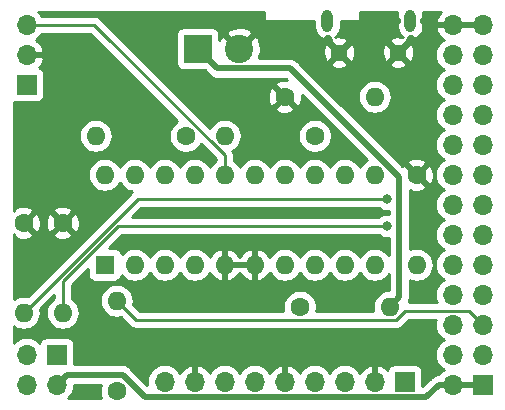
<source format=gbr>
G04 #@! TF.GenerationSoftware,KiCad,Pcbnew,(5.1.4)-1*
G04 #@! TF.CreationDate,2019-12-12T14:50:35-05:00*
G04 #@! TF.ProjectId,led_lock_ctrl,6c65645f-6c6f-4636-9b5f-6374726c2e6b,rev?*
G04 #@! TF.SameCoordinates,Original*
G04 #@! TF.FileFunction,Copper,L2,Bot*
G04 #@! TF.FilePolarity,Positive*
%FSLAX46Y46*%
G04 Gerber Fmt 4.6, Leading zero omitted, Abs format (unit mm)*
G04 Created by KiCad (PCBNEW (5.1.4)-1) date 2019-12-12 14:50:35*
%MOMM*%
%LPD*%
G04 APERTURE LIST*
%ADD10O,1.600000X1.600000*%
%ADD11C,1.600000*%
%ADD12R,1.600000X1.600000*%
%ADD13O,1.700000X1.700000*%
%ADD14R,1.700000X1.700000*%
%ADD15C,2.400000*%
%ADD16R,2.400000X2.400000*%
%ADD17O,0.950000X1.900000*%
%ADD18C,1.450000*%
%ADD19C,0.800000*%
%ADD20C,0.500000*%
%ADD21C,0.250000*%
%ADD22C,0.254000*%
G04 APERTURE END LIST*
D10*
X197612000Y-108966000D03*
D11*
X197612000Y-101346000D03*
D10*
X164338000Y-113030000D03*
D11*
X164338000Y-105410000D03*
D10*
X167640000Y-113030000D03*
D11*
X167640000Y-105410000D03*
D10*
X171196000Y-101346000D03*
X194056000Y-108966000D03*
X173736000Y-101346000D03*
X191516000Y-108966000D03*
X176276000Y-101346000D03*
X188976000Y-108966000D03*
X178816000Y-101346000D03*
X186436000Y-108966000D03*
X181356000Y-101346000D03*
X183896000Y-108966000D03*
X183896000Y-101346000D03*
X181356000Y-108966000D03*
X186436000Y-101346000D03*
X178816000Y-108966000D03*
X188976000Y-101346000D03*
X176276000Y-108966000D03*
X191516000Y-101346000D03*
X173736000Y-108966000D03*
X194056000Y-101346000D03*
D12*
X171196000Y-108966000D03*
D13*
X164592000Y-119126000D03*
X164592000Y-116586000D03*
X167132000Y-119126000D03*
D14*
X167132000Y-116586000D03*
D15*
X182570000Y-90678000D03*
D16*
X179070000Y-90678000D03*
D17*
X190048000Y-88296000D03*
X197048000Y-88296000D03*
D18*
X191048000Y-90996000D03*
X196048000Y-90996000D03*
D13*
X200660000Y-88646000D03*
X203200000Y-88646000D03*
X200660000Y-91186000D03*
X203200000Y-91186000D03*
X200660000Y-93726000D03*
X203200000Y-93726000D03*
X200660000Y-96266000D03*
X203200000Y-96266000D03*
X200660000Y-98806000D03*
X203200000Y-98806000D03*
X200660000Y-101346000D03*
X203200000Y-101346000D03*
X200660000Y-103886000D03*
X203200000Y-103886000D03*
X200660000Y-106426000D03*
X203200000Y-106426000D03*
X200660000Y-108966000D03*
X203200000Y-108966000D03*
X200660000Y-111506000D03*
X203200000Y-111506000D03*
X200660000Y-114046000D03*
X203200000Y-114046000D03*
X200660000Y-116586000D03*
X203200000Y-116586000D03*
X200660000Y-119126000D03*
D14*
X203200000Y-119126000D03*
D13*
X164592000Y-88646000D03*
X164592000Y-91186000D03*
D14*
X164592000Y-93726000D03*
D10*
X194056000Y-94742000D03*
D11*
X186436000Y-94742000D03*
D10*
X172212000Y-112014000D03*
D11*
X172212000Y-119634000D03*
D10*
X181356000Y-98044000D03*
D11*
X188976000Y-98044000D03*
D10*
X195326000Y-112522000D03*
D11*
X187706000Y-112522000D03*
D10*
X170434000Y-98044000D03*
D11*
X178054000Y-98044000D03*
D14*
X196596000Y-118872000D03*
D13*
X194056000Y-118872000D03*
X191516000Y-118872000D03*
X188976000Y-118872000D03*
X186436000Y-118872000D03*
X183896000Y-118872000D03*
X181356000Y-118872000D03*
X178816000Y-118872000D03*
X176276000Y-118872000D03*
D19*
X190500000Y-112014000D03*
X197612000Y-103886000D03*
X197612000Y-106426000D03*
X175260000Y-104648000D03*
X190246000Y-104648000D03*
X180340000Y-104648000D03*
X169926000Y-119634000D03*
X195072000Y-105664000D03*
X195072000Y-103378000D03*
D20*
X180720001Y-92328001D02*
X179070000Y-90678000D01*
X186888003Y-92328001D02*
X180720001Y-92328001D01*
X196125999Y-101565997D02*
X186888003Y-92328001D01*
X196125999Y-111722001D02*
X196125999Y-101565997D01*
X195326000Y-112522000D02*
X196125999Y-111722001D01*
D21*
X181356000Y-101346000D02*
X181356000Y-99709002D01*
X170292998Y-88646000D02*
X165794081Y-88646000D01*
X165794081Y-88646000D02*
X164592000Y-88646000D01*
X181356000Y-99709002D02*
X170292998Y-88646000D01*
X167640000Y-111898630D02*
X167640000Y-113030000D01*
X167640000Y-110364410D02*
X167640000Y-111898630D01*
X172340410Y-105664000D02*
X167640000Y-110364410D01*
X195072000Y-105664000D02*
X172340410Y-105664000D01*
X173011999Y-112813999D02*
X172212000Y-112014000D01*
X173845001Y-113647001D02*
X173011999Y-112813999D01*
X195866001Y-113647001D02*
X173845001Y-113647001D01*
X196642003Y-112870999D02*
X195866001Y-113647001D01*
X202024999Y-112870999D02*
X196642003Y-112870999D01*
X203200000Y-114046000D02*
X202024999Y-112870999D01*
D20*
X203200000Y-119126000D02*
X200660000Y-119126000D01*
X167981999Y-118276001D02*
X167132000Y-119126000D01*
X172704003Y-118276001D02*
X167981999Y-118276001D01*
X174600003Y-120172001D02*
X172704003Y-118276001D01*
X198411918Y-120172001D02*
X174600003Y-120172001D01*
X199457919Y-119126000D02*
X198411918Y-120172001D01*
X200660000Y-119126000D02*
X199457919Y-119126000D01*
D21*
X173990000Y-103378000D02*
X164338000Y-113030000D01*
X195072000Y-103378000D02*
X173990000Y-103378000D01*
D22*
G36*
X170785700Y-119422184D02*
G01*
X170771783Y-119704512D01*
X170813213Y-119984130D01*
X170906147Y-120244000D01*
X168110532Y-120244000D01*
X168187134Y-120181134D01*
X168372706Y-119955014D01*
X168510599Y-119697034D01*
X168595513Y-119417111D01*
X168620738Y-119161001D01*
X170851169Y-119161001D01*
X170785700Y-119422184D01*
X170785700Y-119422184D01*
G37*
X170785700Y-119422184D02*
X170771783Y-119704512D01*
X170813213Y-119984130D01*
X170906147Y-120244000D01*
X168110532Y-120244000D01*
X168187134Y-120181134D01*
X168372706Y-119955014D01*
X168510599Y-119697034D01*
X168595513Y-119417111D01*
X168620738Y-119161001D01*
X170851169Y-119161001D01*
X170785700Y-119422184D01*
G36*
X172405748Y-119619858D02*
G01*
X172391605Y-119634000D01*
X172405748Y-119648143D01*
X172226143Y-119827748D01*
X172212000Y-119813605D01*
X172197858Y-119827748D01*
X172018253Y-119648143D01*
X172032395Y-119634000D01*
X172018253Y-119619858D01*
X172197858Y-119440253D01*
X172212000Y-119454395D01*
X172226143Y-119440253D01*
X172405748Y-119619858D01*
X172405748Y-119619858D01*
G37*
X172405748Y-119619858D02*
X172391605Y-119634000D01*
X172405748Y-119648143D01*
X172226143Y-119827748D01*
X172212000Y-119813605D01*
X172197858Y-119827748D01*
X172018253Y-119648143D01*
X172032395Y-119634000D01*
X172018253Y-119619858D01*
X172197858Y-119440253D01*
X172212000Y-119454395D01*
X172226143Y-119440253D01*
X172405748Y-119619858D01*
G36*
X194412226Y-106467937D02*
G01*
X194581744Y-106581205D01*
X194770102Y-106659226D01*
X194970061Y-106699000D01*
X195173939Y-106699000D01*
X195240999Y-106685661D01*
X195240999Y-108147922D01*
X195075608Y-107946392D01*
X194857101Y-107767068D01*
X194607808Y-107633818D01*
X194337309Y-107551764D01*
X194126492Y-107531000D01*
X193985508Y-107531000D01*
X193774691Y-107551764D01*
X193504192Y-107633818D01*
X193254899Y-107767068D01*
X193036392Y-107946392D01*
X192857068Y-108164899D01*
X192786000Y-108297858D01*
X192714932Y-108164899D01*
X192535608Y-107946392D01*
X192317101Y-107767068D01*
X192067808Y-107633818D01*
X191797309Y-107551764D01*
X191586492Y-107531000D01*
X191445508Y-107531000D01*
X191234691Y-107551764D01*
X190964192Y-107633818D01*
X190714899Y-107767068D01*
X190496392Y-107946392D01*
X190317068Y-108164899D01*
X190246000Y-108297858D01*
X190174932Y-108164899D01*
X189995608Y-107946392D01*
X189777101Y-107767068D01*
X189527808Y-107633818D01*
X189257309Y-107551764D01*
X189046492Y-107531000D01*
X188905508Y-107531000D01*
X188694691Y-107551764D01*
X188424192Y-107633818D01*
X188174899Y-107767068D01*
X187956392Y-107946392D01*
X187777068Y-108164899D01*
X187706000Y-108297858D01*
X187634932Y-108164899D01*
X187455608Y-107946392D01*
X187237101Y-107767068D01*
X186987808Y-107633818D01*
X186717309Y-107551764D01*
X186506492Y-107531000D01*
X186365508Y-107531000D01*
X186154691Y-107551764D01*
X185884192Y-107633818D01*
X185634899Y-107767068D01*
X185416392Y-107946392D01*
X185237068Y-108164899D01*
X185163421Y-108302682D01*
X185048385Y-108110869D01*
X184859414Y-107902481D01*
X184633420Y-107734963D01*
X184379087Y-107614754D01*
X184245039Y-107574096D01*
X184023000Y-107696085D01*
X184023000Y-108839000D01*
X184043000Y-108839000D01*
X184043000Y-109093000D01*
X184023000Y-109093000D01*
X184023000Y-110235915D01*
X184245039Y-110357904D01*
X184379087Y-110317246D01*
X184633420Y-110197037D01*
X184859414Y-110029519D01*
X185048385Y-109821131D01*
X185163421Y-109629318D01*
X185237068Y-109767101D01*
X185416392Y-109985608D01*
X185634899Y-110164932D01*
X185884192Y-110298182D01*
X186154691Y-110380236D01*
X186365508Y-110401000D01*
X186506492Y-110401000D01*
X186717309Y-110380236D01*
X186987808Y-110298182D01*
X187237101Y-110164932D01*
X187455608Y-109985608D01*
X187634932Y-109767101D01*
X187706000Y-109634142D01*
X187777068Y-109767101D01*
X187956392Y-109985608D01*
X188174899Y-110164932D01*
X188424192Y-110298182D01*
X188694691Y-110380236D01*
X188905508Y-110401000D01*
X189046492Y-110401000D01*
X189257309Y-110380236D01*
X189527808Y-110298182D01*
X189777101Y-110164932D01*
X189995608Y-109985608D01*
X190174932Y-109767101D01*
X190246000Y-109634142D01*
X190317068Y-109767101D01*
X190496392Y-109985608D01*
X190714899Y-110164932D01*
X190964192Y-110298182D01*
X191234691Y-110380236D01*
X191445508Y-110401000D01*
X191586492Y-110401000D01*
X191797309Y-110380236D01*
X192067808Y-110298182D01*
X192317101Y-110164932D01*
X192535608Y-109985608D01*
X192714932Y-109767101D01*
X192786000Y-109634142D01*
X192857068Y-109767101D01*
X193036392Y-109985608D01*
X193254899Y-110164932D01*
X193504192Y-110298182D01*
X193774691Y-110380236D01*
X193985508Y-110401000D01*
X194126492Y-110401000D01*
X194337309Y-110380236D01*
X194607808Y-110298182D01*
X194857101Y-110164932D01*
X195075608Y-109985608D01*
X195240999Y-109784078D01*
X195240999Y-111088429D01*
X195044691Y-111107764D01*
X194774192Y-111189818D01*
X194524899Y-111323068D01*
X194306392Y-111502392D01*
X194127068Y-111720899D01*
X193993818Y-111970192D01*
X193911764Y-112240691D01*
X193884057Y-112522000D01*
X193911764Y-112803309D01*
X193937151Y-112887001D01*
X189096509Y-112887001D01*
X189141000Y-112663335D01*
X189141000Y-112380665D01*
X189085853Y-112103426D01*
X188977680Y-111842273D01*
X188820637Y-111607241D01*
X188620759Y-111407363D01*
X188385727Y-111250320D01*
X188124574Y-111142147D01*
X187847335Y-111087000D01*
X187564665Y-111087000D01*
X187287426Y-111142147D01*
X187026273Y-111250320D01*
X186791241Y-111407363D01*
X186591363Y-111607241D01*
X186434320Y-111842273D01*
X186326147Y-112103426D01*
X186271000Y-112380665D01*
X186271000Y-112663335D01*
X186315491Y-112887001D01*
X174159803Y-112887001D01*
X173612708Y-112339907D01*
X173626236Y-112295309D01*
X173653943Y-112014000D01*
X173626236Y-111732691D01*
X173544182Y-111462192D01*
X173410932Y-111212899D01*
X173231608Y-110994392D01*
X173013101Y-110815068D01*
X172763808Y-110681818D01*
X172493309Y-110599764D01*
X172282492Y-110579000D01*
X172141508Y-110579000D01*
X171930691Y-110599764D01*
X171660192Y-110681818D01*
X171410899Y-110815068D01*
X171192392Y-110994392D01*
X171013068Y-111212899D01*
X170879818Y-111462192D01*
X170797764Y-111732691D01*
X170770057Y-112014000D01*
X170797764Y-112295309D01*
X170879818Y-112565808D01*
X171013068Y-112815101D01*
X171192392Y-113033608D01*
X171410899Y-113212932D01*
X171660192Y-113346182D01*
X171930691Y-113428236D01*
X172141508Y-113449000D01*
X172282492Y-113449000D01*
X172493309Y-113428236D01*
X172537907Y-113414708D01*
X173281202Y-114158003D01*
X173305000Y-114187002D01*
X173420725Y-114281975D01*
X173552754Y-114352547D01*
X173696015Y-114396004D01*
X173807668Y-114407001D01*
X173807676Y-114407001D01*
X173845001Y-114410677D01*
X173882326Y-114407001D01*
X195828679Y-114407001D01*
X195866001Y-114410677D01*
X195903323Y-114407001D01*
X195903334Y-114407001D01*
X196014987Y-114396004D01*
X196158248Y-114352547D01*
X196290277Y-114281975D01*
X196406002Y-114187002D01*
X196429804Y-114157999D01*
X196956805Y-113630999D01*
X199234069Y-113630999D01*
X199196487Y-113754889D01*
X199167815Y-114046000D01*
X199196487Y-114337111D01*
X199281401Y-114617034D01*
X199419294Y-114875014D01*
X199604866Y-115101134D01*
X199830986Y-115286706D01*
X199885791Y-115316000D01*
X199830986Y-115345294D01*
X199604866Y-115530866D01*
X199419294Y-115756986D01*
X199281401Y-116014966D01*
X199196487Y-116294889D01*
X199167815Y-116586000D01*
X199196487Y-116877111D01*
X199281401Y-117157034D01*
X199419294Y-117415014D01*
X199604866Y-117641134D01*
X199830986Y-117826706D01*
X199885791Y-117856000D01*
X199830986Y-117885294D01*
X199604866Y-118070866D01*
X199467944Y-118237706D01*
X199457919Y-118236719D01*
X199414450Y-118241000D01*
X199414442Y-118241000D01*
X199284429Y-118253805D01*
X199117606Y-118304411D01*
X198963860Y-118386589D01*
X198862872Y-118469468D01*
X198862870Y-118469470D01*
X198829102Y-118497183D01*
X198801389Y-118530951D01*
X198084072Y-119248269D01*
X198084072Y-118022000D01*
X198071812Y-117897518D01*
X198035502Y-117777820D01*
X197976537Y-117667506D01*
X197897185Y-117570815D01*
X197800494Y-117491463D01*
X197690180Y-117432498D01*
X197570482Y-117396188D01*
X197446000Y-117383928D01*
X195746000Y-117383928D01*
X195621518Y-117396188D01*
X195501820Y-117432498D01*
X195391506Y-117491463D01*
X195294815Y-117570815D01*
X195215463Y-117667506D01*
X195156498Y-117777820D01*
X195132034Y-117858466D01*
X195056269Y-117774412D01*
X194822920Y-117600359D01*
X194560099Y-117475175D01*
X194412890Y-117430524D01*
X194183000Y-117551845D01*
X194183000Y-118745000D01*
X194203000Y-118745000D01*
X194203000Y-118999000D01*
X194183000Y-118999000D01*
X194183000Y-119019000D01*
X193929000Y-119019000D01*
X193929000Y-118999000D01*
X193909000Y-118999000D01*
X193909000Y-118745000D01*
X193929000Y-118745000D01*
X193929000Y-117551845D01*
X193699110Y-117430524D01*
X193551901Y-117475175D01*
X193289080Y-117600359D01*
X193055731Y-117774412D01*
X192860822Y-117990645D01*
X192791201Y-118107523D01*
X192756706Y-118042986D01*
X192571134Y-117816866D01*
X192345014Y-117631294D01*
X192087034Y-117493401D01*
X191807111Y-117408487D01*
X191588950Y-117387000D01*
X191443050Y-117387000D01*
X191224889Y-117408487D01*
X190944966Y-117493401D01*
X190686986Y-117631294D01*
X190460866Y-117816866D01*
X190275294Y-118042986D01*
X190246000Y-118097791D01*
X190216706Y-118042986D01*
X190031134Y-117816866D01*
X189805014Y-117631294D01*
X189547034Y-117493401D01*
X189267111Y-117408487D01*
X189048950Y-117387000D01*
X188903050Y-117387000D01*
X188684889Y-117408487D01*
X188404966Y-117493401D01*
X188146986Y-117631294D01*
X187920866Y-117816866D01*
X187735294Y-118042986D01*
X187700799Y-118107523D01*
X187631178Y-117990645D01*
X187436269Y-117774412D01*
X187202920Y-117600359D01*
X186940099Y-117475175D01*
X186792890Y-117430524D01*
X186563000Y-117551845D01*
X186563000Y-118745000D01*
X186583000Y-118745000D01*
X186583000Y-118999000D01*
X186563000Y-118999000D01*
X186563000Y-119019000D01*
X186309000Y-119019000D01*
X186309000Y-118999000D01*
X186289000Y-118999000D01*
X186289000Y-118745000D01*
X186309000Y-118745000D01*
X186309000Y-117551845D01*
X186079110Y-117430524D01*
X185931901Y-117475175D01*
X185669080Y-117600359D01*
X185435731Y-117774412D01*
X185240822Y-117990645D01*
X185171201Y-118107523D01*
X185136706Y-118042986D01*
X184951134Y-117816866D01*
X184725014Y-117631294D01*
X184467034Y-117493401D01*
X184187111Y-117408487D01*
X183968950Y-117387000D01*
X183823050Y-117387000D01*
X183604889Y-117408487D01*
X183324966Y-117493401D01*
X183066986Y-117631294D01*
X182840866Y-117816866D01*
X182655294Y-118042986D01*
X182626000Y-118097791D01*
X182596706Y-118042986D01*
X182411134Y-117816866D01*
X182185014Y-117631294D01*
X181927034Y-117493401D01*
X181647111Y-117408487D01*
X181428950Y-117387000D01*
X181283050Y-117387000D01*
X181064889Y-117408487D01*
X180784966Y-117493401D01*
X180526986Y-117631294D01*
X180300866Y-117816866D01*
X180115294Y-118042986D01*
X180080799Y-118107523D01*
X180011178Y-117990645D01*
X179816269Y-117774412D01*
X179582920Y-117600359D01*
X179320099Y-117475175D01*
X179172890Y-117430524D01*
X178943000Y-117551845D01*
X178943000Y-118745000D01*
X178963000Y-118745000D01*
X178963000Y-118999000D01*
X178943000Y-118999000D01*
X178943000Y-119019000D01*
X178689000Y-119019000D01*
X178689000Y-118999000D01*
X178669000Y-118999000D01*
X178669000Y-118745000D01*
X178689000Y-118745000D01*
X178689000Y-117551845D01*
X178459110Y-117430524D01*
X178311901Y-117475175D01*
X178049080Y-117600359D01*
X177815731Y-117774412D01*
X177620822Y-117990645D01*
X177551201Y-118107523D01*
X177516706Y-118042986D01*
X177331134Y-117816866D01*
X177105014Y-117631294D01*
X176847034Y-117493401D01*
X176567111Y-117408487D01*
X176348950Y-117387000D01*
X176203050Y-117387000D01*
X175984889Y-117408487D01*
X175704966Y-117493401D01*
X175446986Y-117631294D01*
X175220866Y-117816866D01*
X175035294Y-118042986D01*
X174897401Y-118300966D01*
X174812487Y-118580889D01*
X174783815Y-118872000D01*
X174809187Y-119129606D01*
X173360537Y-117680957D01*
X173332820Y-117647184D01*
X173198062Y-117536590D01*
X173044316Y-117454412D01*
X172877493Y-117403806D01*
X172747480Y-117391001D01*
X172747472Y-117391001D01*
X172704003Y-117386720D01*
X172660534Y-117391001D01*
X168620072Y-117391001D01*
X168620072Y-115736000D01*
X168607812Y-115611518D01*
X168571502Y-115491820D01*
X168512537Y-115381506D01*
X168433185Y-115284815D01*
X168336494Y-115205463D01*
X168226180Y-115146498D01*
X168106482Y-115110188D01*
X167982000Y-115097928D01*
X166282000Y-115097928D01*
X166157518Y-115110188D01*
X166037820Y-115146498D01*
X165927506Y-115205463D01*
X165830815Y-115284815D01*
X165751463Y-115381506D01*
X165692498Y-115491820D01*
X165671607Y-115560687D01*
X165647134Y-115530866D01*
X165421014Y-115345294D01*
X165163034Y-115207401D01*
X164883111Y-115122487D01*
X164664950Y-115101000D01*
X164519050Y-115101000D01*
X164300889Y-115122487D01*
X164020966Y-115207401D01*
X163762986Y-115345294D01*
X163536866Y-115530866D01*
X163474000Y-115607468D01*
X163474000Y-114177312D01*
X163536899Y-114228932D01*
X163786192Y-114362182D01*
X164056691Y-114444236D01*
X164267508Y-114465000D01*
X164408492Y-114465000D01*
X164619309Y-114444236D01*
X164889808Y-114362182D01*
X165139101Y-114228932D01*
X165357608Y-114049608D01*
X165536932Y-113831101D01*
X165670182Y-113581808D01*
X165752236Y-113311309D01*
X165779943Y-113030000D01*
X165752236Y-112748691D01*
X165738708Y-112704093D01*
X166880001Y-111562800D01*
X166880001Y-111809099D01*
X166838899Y-111831068D01*
X166620392Y-112010392D01*
X166441068Y-112228899D01*
X166307818Y-112478192D01*
X166225764Y-112748691D01*
X166198057Y-113030000D01*
X166225764Y-113311309D01*
X166307818Y-113581808D01*
X166441068Y-113831101D01*
X166620392Y-114049608D01*
X166838899Y-114228932D01*
X167088192Y-114362182D01*
X167358691Y-114444236D01*
X167569508Y-114465000D01*
X167710492Y-114465000D01*
X167921309Y-114444236D01*
X168191808Y-114362182D01*
X168441101Y-114228932D01*
X168659608Y-114049608D01*
X168838932Y-113831101D01*
X168972182Y-113581808D01*
X169054236Y-113311309D01*
X169081943Y-113030000D01*
X169054236Y-112748691D01*
X168972182Y-112478192D01*
X168838932Y-112228899D01*
X168659608Y-112010392D01*
X168441101Y-111831068D01*
X168400000Y-111809099D01*
X168400000Y-110679211D01*
X169757928Y-109321283D01*
X169757928Y-109766000D01*
X169770188Y-109890482D01*
X169806498Y-110010180D01*
X169865463Y-110120494D01*
X169944815Y-110217185D01*
X170041506Y-110296537D01*
X170151820Y-110355502D01*
X170271518Y-110391812D01*
X170396000Y-110404072D01*
X171996000Y-110404072D01*
X172120482Y-110391812D01*
X172240180Y-110355502D01*
X172350494Y-110296537D01*
X172447185Y-110217185D01*
X172526537Y-110120494D01*
X172585502Y-110010180D01*
X172621812Y-109890482D01*
X172623581Y-109872518D01*
X172716392Y-109985608D01*
X172934899Y-110164932D01*
X173184192Y-110298182D01*
X173454691Y-110380236D01*
X173665508Y-110401000D01*
X173806492Y-110401000D01*
X174017309Y-110380236D01*
X174287808Y-110298182D01*
X174537101Y-110164932D01*
X174755608Y-109985608D01*
X174934932Y-109767101D01*
X175006000Y-109634142D01*
X175077068Y-109767101D01*
X175256392Y-109985608D01*
X175474899Y-110164932D01*
X175724192Y-110298182D01*
X175994691Y-110380236D01*
X176205508Y-110401000D01*
X176346492Y-110401000D01*
X176557309Y-110380236D01*
X176827808Y-110298182D01*
X177077101Y-110164932D01*
X177295608Y-109985608D01*
X177474932Y-109767101D01*
X177546000Y-109634142D01*
X177617068Y-109767101D01*
X177796392Y-109985608D01*
X178014899Y-110164932D01*
X178264192Y-110298182D01*
X178534691Y-110380236D01*
X178745508Y-110401000D01*
X178886492Y-110401000D01*
X179097309Y-110380236D01*
X179367808Y-110298182D01*
X179617101Y-110164932D01*
X179835608Y-109985608D01*
X180014932Y-109767101D01*
X180088579Y-109629318D01*
X180203615Y-109821131D01*
X180392586Y-110029519D01*
X180618580Y-110197037D01*
X180872913Y-110317246D01*
X181006961Y-110357904D01*
X181229000Y-110235915D01*
X181229000Y-109093000D01*
X181483000Y-109093000D01*
X181483000Y-110235915D01*
X181705039Y-110357904D01*
X181839087Y-110317246D01*
X182093420Y-110197037D01*
X182319414Y-110029519D01*
X182508385Y-109821131D01*
X182626000Y-109625018D01*
X182743615Y-109821131D01*
X182932586Y-110029519D01*
X183158580Y-110197037D01*
X183412913Y-110317246D01*
X183546961Y-110357904D01*
X183769000Y-110235915D01*
X183769000Y-109093000D01*
X181483000Y-109093000D01*
X181229000Y-109093000D01*
X181209000Y-109093000D01*
X181209000Y-108839000D01*
X181229000Y-108839000D01*
X181229000Y-107696085D01*
X181483000Y-107696085D01*
X181483000Y-108839000D01*
X183769000Y-108839000D01*
X183769000Y-107696085D01*
X183546961Y-107574096D01*
X183412913Y-107614754D01*
X183158580Y-107734963D01*
X182932586Y-107902481D01*
X182743615Y-108110869D01*
X182626000Y-108306982D01*
X182508385Y-108110869D01*
X182319414Y-107902481D01*
X182093420Y-107734963D01*
X181839087Y-107614754D01*
X181705039Y-107574096D01*
X181483000Y-107696085D01*
X181229000Y-107696085D01*
X181006961Y-107574096D01*
X180872913Y-107614754D01*
X180618580Y-107734963D01*
X180392586Y-107902481D01*
X180203615Y-108110869D01*
X180088579Y-108302682D01*
X180014932Y-108164899D01*
X179835608Y-107946392D01*
X179617101Y-107767068D01*
X179367808Y-107633818D01*
X179097309Y-107551764D01*
X178886492Y-107531000D01*
X178745508Y-107531000D01*
X178534691Y-107551764D01*
X178264192Y-107633818D01*
X178014899Y-107767068D01*
X177796392Y-107946392D01*
X177617068Y-108164899D01*
X177546000Y-108297858D01*
X177474932Y-108164899D01*
X177295608Y-107946392D01*
X177077101Y-107767068D01*
X176827808Y-107633818D01*
X176557309Y-107551764D01*
X176346492Y-107531000D01*
X176205508Y-107531000D01*
X175994691Y-107551764D01*
X175724192Y-107633818D01*
X175474899Y-107767068D01*
X175256392Y-107946392D01*
X175077068Y-108164899D01*
X175006000Y-108297858D01*
X174934932Y-108164899D01*
X174755608Y-107946392D01*
X174537101Y-107767068D01*
X174287808Y-107633818D01*
X174017309Y-107551764D01*
X173806492Y-107531000D01*
X173665508Y-107531000D01*
X173454691Y-107551764D01*
X173184192Y-107633818D01*
X172934899Y-107767068D01*
X172716392Y-107946392D01*
X172623581Y-108059482D01*
X172621812Y-108041518D01*
X172585502Y-107921820D01*
X172526537Y-107811506D01*
X172447185Y-107714815D01*
X172350494Y-107635463D01*
X172240180Y-107576498D01*
X172120482Y-107540188D01*
X171996000Y-107527928D01*
X171551284Y-107527928D01*
X172655212Y-106424000D01*
X194368289Y-106424000D01*
X194412226Y-106467937D01*
X194412226Y-106467937D01*
G37*
X194412226Y-106467937D02*
X194581744Y-106581205D01*
X194770102Y-106659226D01*
X194970061Y-106699000D01*
X195173939Y-106699000D01*
X195240999Y-106685661D01*
X195240999Y-108147922D01*
X195075608Y-107946392D01*
X194857101Y-107767068D01*
X194607808Y-107633818D01*
X194337309Y-107551764D01*
X194126492Y-107531000D01*
X193985508Y-107531000D01*
X193774691Y-107551764D01*
X193504192Y-107633818D01*
X193254899Y-107767068D01*
X193036392Y-107946392D01*
X192857068Y-108164899D01*
X192786000Y-108297858D01*
X192714932Y-108164899D01*
X192535608Y-107946392D01*
X192317101Y-107767068D01*
X192067808Y-107633818D01*
X191797309Y-107551764D01*
X191586492Y-107531000D01*
X191445508Y-107531000D01*
X191234691Y-107551764D01*
X190964192Y-107633818D01*
X190714899Y-107767068D01*
X190496392Y-107946392D01*
X190317068Y-108164899D01*
X190246000Y-108297858D01*
X190174932Y-108164899D01*
X189995608Y-107946392D01*
X189777101Y-107767068D01*
X189527808Y-107633818D01*
X189257309Y-107551764D01*
X189046492Y-107531000D01*
X188905508Y-107531000D01*
X188694691Y-107551764D01*
X188424192Y-107633818D01*
X188174899Y-107767068D01*
X187956392Y-107946392D01*
X187777068Y-108164899D01*
X187706000Y-108297858D01*
X187634932Y-108164899D01*
X187455608Y-107946392D01*
X187237101Y-107767068D01*
X186987808Y-107633818D01*
X186717309Y-107551764D01*
X186506492Y-107531000D01*
X186365508Y-107531000D01*
X186154691Y-107551764D01*
X185884192Y-107633818D01*
X185634899Y-107767068D01*
X185416392Y-107946392D01*
X185237068Y-108164899D01*
X185163421Y-108302682D01*
X185048385Y-108110869D01*
X184859414Y-107902481D01*
X184633420Y-107734963D01*
X184379087Y-107614754D01*
X184245039Y-107574096D01*
X184023000Y-107696085D01*
X184023000Y-108839000D01*
X184043000Y-108839000D01*
X184043000Y-109093000D01*
X184023000Y-109093000D01*
X184023000Y-110235915D01*
X184245039Y-110357904D01*
X184379087Y-110317246D01*
X184633420Y-110197037D01*
X184859414Y-110029519D01*
X185048385Y-109821131D01*
X185163421Y-109629318D01*
X185237068Y-109767101D01*
X185416392Y-109985608D01*
X185634899Y-110164932D01*
X185884192Y-110298182D01*
X186154691Y-110380236D01*
X186365508Y-110401000D01*
X186506492Y-110401000D01*
X186717309Y-110380236D01*
X186987808Y-110298182D01*
X187237101Y-110164932D01*
X187455608Y-109985608D01*
X187634932Y-109767101D01*
X187706000Y-109634142D01*
X187777068Y-109767101D01*
X187956392Y-109985608D01*
X188174899Y-110164932D01*
X188424192Y-110298182D01*
X188694691Y-110380236D01*
X188905508Y-110401000D01*
X189046492Y-110401000D01*
X189257309Y-110380236D01*
X189527808Y-110298182D01*
X189777101Y-110164932D01*
X189995608Y-109985608D01*
X190174932Y-109767101D01*
X190246000Y-109634142D01*
X190317068Y-109767101D01*
X190496392Y-109985608D01*
X190714899Y-110164932D01*
X190964192Y-110298182D01*
X191234691Y-110380236D01*
X191445508Y-110401000D01*
X191586492Y-110401000D01*
X191797309Y-110380236D01*
X192067808Y-110298182D01*
X192317101Y-110164932D01*
X192535608Y-109985608D01*
X192714932Y-109767101D01*
X192786000Y-109634142D01*
X192857068Y-109767101D01*
X193036392Y-109985608D01*
X193254899Y-110164932D01*
X193504192Y-110298182D01*
X193774691Y-110380236D01*
X193985508Y-110401000D01*
X194126492Y-110401000D01*
X194337309Y-110380236D01*
X194607808Y-110298182D01*
X194857101Y-110164932D01*
X195075608Y-109985608D01*
X195240999Y-109784078D01*
X195240999Y-111088429D01*
X195044691Y-111107764D01*
X194774192Y-111189818D01*
X194524899Y-111323068D01*
X194306392Y-111502392D01*
X194127068Y-111720899D01*
X193993818Y-111970192D01*
X193911764Y-112240691D01*
X193884057Y-112522000D01*
X193911764Y-112803309D01*
X193937151Y-112887001D01*
X189096509Y-112887001D01*
X189141000Y-112663335D01*
X189141000Y-112380665D01*
X189085853Y-112103426D01*
X188977680Y-111842273D01*
X188820637Y-111607241D01*
X188620759Y-111407363D01*
X188385727Y-111250320D01*
X188124574Y-111142147D01*
X187847335Y-111087000D01*
X187564665Y-111087000D01*
X187287426Y-111142147D01*
X187026273Y-111250320D01*
X186791241Y-111407363D01*
X186591363Y-111607241D01*
X186434320Y-111842273D01*
X186326147Y-112103426D01*
X186271000Y-112380665D01*
X186271000Y-112663335D01*
X186315491Y-112887001D01*
X174159803Y-112887001D01*
X173612708Y-112339907D01*
X173626236Y-112295309D01*
X173653943Y-112014000D01*
X173626236Y-111732691D01*
X173544182Y-111462192D01*
X173410932Y-111212899D01*
X173231608Y-110994392D01*
X173013101Y-110815068D01*
X172763808Y-110681818D01*
X172493309Y-110599764D01*
X172282492Y-110579000D01*
X172141508Y-110579000D01*
X171930691Y-110599764D01*
X171660192Y-110681818D01*
X171410899Y-110815068D01*
X171192392Y-110994392D01*
X171013068Y-111212899D01*
X170879818Y-111462192D01*
X170797764Y-111732691D01*
X170770057Y-112014000D01*
X170797764Y-112295309D01*
X170879818Y-112565808D01*
X171013068Y-112815101D01*
X171192392Y-113033608D01*
X171410899Y-113212932D01*
X171660192Y-113346182D01*
X171930691Y-113428236D01*
X172141508Y-113449000D01*
X172282492Y-113449000D01*
X172493309Y-113428236D01*
X172537907Y-113414708D01*
X173281202Y-114158003D01*
X173305000Y-114187002D01*
X173420725Y-114281975D01*
X173552754Y-114352547D01*
X173696015Y-114396004D01*
X173807668Y-114407001D01*
X173807676Y-114407001D01*
X173845001Y-114410677D01*
X173882326Y-114407001D01*
X195828679Y-114407001D01*
X195866001Y-114410677D01*
X195903323Y-114407001D01*
X195903334Y-114407001D01*
X196014987Y-114396004D01*
X196158248Y-114352547D01*
X196290277Y-114281975D01*
X196406002Y-114187002D01*
X196429804Y-114157999D01*
X196956805Y-113630999D01*
X199234069Y-113630999D01*
X199196487Y-113754889D01*
X199167815Y-114046000D01*
X199196487Y-114337111D01*
X199281401Y-114617034D01*
X199419294Y-114875014D01*
X199604866Y-115101134D01*
X199830986Y-115286706D01*
X199885791Y-115316000D01*
X199830986Y-115345294D01*
X199604866Y-115530866D01*
X199419294Y-115756986D01*
X199281401Y-116014966D01*
X199196487Y-116294889D01*
X199167815Y-116586000D01*
X199196487Y-116877111D01*
X199281401Y-117157034D01*
X199419294Y-117415014D01*
X199604866Y-117641134D01*
X199830986Y-117826706D01*
X199885791Y-117856000D01*
X199830986Y-117885294D01*
X199604866Y-118070866D01*
X199467944Y-118237706D01*
X199457919Y-118236719D01*
X199414450Y-118241000D01*
X199414442Y-118241000D01*
X199284429Y-118253805D01*
X199117606Y-118304411D01*
X198963860Y-118386589D01*
X198862872Y-118469468D01*
X198862870Y-118469470D01*
X198829102Y-118497183D01*
X198801389Y-118530951D01*
X198084072Y-119248269D01*
X198084072Y-118022000D01*
X198071812Y-117897518D01*
X198035502Y-117777820D01*
X197976537Y-117667506D01*
X197897185Y-117570815D01*
X197800494Y-117491463D01*
X197690180Y-117432498D01*
X197570482Y-117396188D01*
X197446000Y-117383928D01*
X195746000Y-117383928D01*
X195621518Y-117396188D01*
X195501820Y-117432498D01*
X195391506Y-117491463D01*
X195294815Y-117570815D01*
X195215463Y-117667506D01*
X195156498Y-117777820D01*
X195132034Y-117858466D01*
X195056269Y-117774412D01*
X194822920Y-117600359D01*
X194560099Y-117475175D01*
X194412890Y-117430524D01*
X194183000Y-117551845D01*
X194183000Y-118745000D01*
X194203000Y-118745000D01*
X194203000Y-118999000D01*
X194183000Y-118999000D01*
X194183000Y-119019000D01*
X193929000Y-119019000D01*
X193929000Y-118999000D01*
X193909000Y-118999000D01*
X193909000Y-118745000D01*
X193929000Y-118745000D01*
X193929000Y-117551845D01*
X193699110Y-117430524D01*
X193551901Y-117475175D01*
X193289080Y-117600359D01*
X193055731Y-117774412D01*
X192860822Y-117990645D01*
X192791201Y-118107523D01*
X192756706Y-118042986D01*
X192571134Y-117816866D01*
X192345014Y-117631294D01*
X192087034Y-117493401D01*
X191807111Y-117408487D01*
X191588950Y-117387000D01*
X191443050Y-117387000D01*
X191224889Y-117408487D01*
X190944966Y-117493401D01*
X190686986Y-117631294D01*
X190460866Y-117816866D01*
X190275294Y-118042986D01*
X190246000Y-118097791D01*
X190216706Y-118042986D01*
X190031134Y-117816866D01*
X189805014Y-117631294D01*
X189547034Y-117493401D01*
X189267111Y-117408487D01*
X189048950Y-117387000D01*
X188903050Y-117387000D01*
X188684889Y-117408487D01*
X188404966Y-117493401D01*
X188146986Y-117631294D01*
X187920866Y-117816866D01*
X187735294Y-118042986D01*
X187700799Y-118107523D01*
X187631178Y-117990645D01*
X187436269Y-117774412D01*
X187202920Y-117600359D01*
X186940099Y-117475175D01*
X186792890Y-117430524D01*
X186563000Y-117551845D01*
X186563000Y-118745000D01*
X186583000Y-118745000D01*
X186583000Y-118999000D01*
X186563000Y-118999000D01*
X186563000Y-119019000D01*
X186309000Y-119019000D01*
X186309000Y-118999000D01*
X186289000Y-118999000D01*
X186289000Y-118745000D01*
X186309000Y-118745000D01*
X186309000Y-117551845D01*
X186079110Y-117430524D01*
X185931901Y-117475175D01*
X185669080Y-117600359D01*
X185435731Y-117774412D01*
X185240822Y-117990645D01*
X185171201Y-118107523D01*
X185136706Y-118042986D01*
X184951134Y-117816866D01*
X184725014Y-117631294D01*
X184467034Y-117493401D01*
X184187111Y-117408487D01*
X183968950Y-117387000D01*
X183823050Y-117387000D01*
X183604889Y-117408487D01*
X183324966Y-117493401D01*
X183066986Y-117631294D01*
X182840866Y-117816866D01*
X182655294Y-118042986D01*
X182626000Y-118097791D01*
X182596706Y-118042986D01*
X182411134Y-117816866D01*
X182185014Y-117631294D01*
X181927034Y-117493401D01*
X181647111Y-117408487D01*
X181428950Y-117387000D01*
X181283050Y-117387000D01*
X181064889Y-117408487D01*
X180784966Y-117493401D01*
X180526986Y-117631294D01*
X180300866Y-117816866D01*
X180115294Y-118042986D01*
X180080799Y-118107523D01*
X180011178Y-117990645D01*
X179816269Y-117774412D01*
X179582920Y-117600359D01*
X179320099Y-117475175D01*
X179172890Y-117430524D01*
X178943000Y-117551845D01*
X178943000Y-118745000D01*
X178963000Y-118745000D01*
X178963000Y-118999000D01*
X178943000Y-118999000D01*
X178943000Y-119019000D01*
X178689000Y-119019000D01*
X178689000Y-118999000D01*
X178669000Y-118999000D01*
X178669000Y-118745000D01*
X178689000Y-118745000D01*
X178689000Y-117551845D01*
X178459110Y-117430524D01*
X178311901Y-117475175D01*
X178049080Y-117600359D01*
X177815731Y-117774412D01*
X177620822Y-117990645D01*
X177551201Y-118107523D01*
X177516706Y-118042986D01*
X177331134Y-117816866D01*
X177105014Y-117631294D01*
X176847034Y-117493401D01*
X176567111Y-117408487D01*
X176348950Y-117387000D01*
X176203050Y-117387000D01*
X175984889Y-117408487D01*
X175704966Y-117493401D01*
X175446986Y-117631294D01*
X175220866Y-117816866D01*
X175035294Y-118042986D01*
X174897401Y-118300966D01*
X174812487Y-118580889D01*
X174783815Y-118872000D01*
X174809187Y-119129606D01*
X173360537Y-117680957D01*
X173332820Y-117647184D01*
X173198062Y-117536590D01*
X173044316Y-117454412D01*
X172877493Y-117403806D01*
X172747480Y-117391001D01*
X172747472Y-117391001D01*
X172704003Y-117386720D01*
X172660534Y-117391001D01*
X168620072Y-117391001D01*
X168620072Y-115736000D01*
X168607812Y-115611518D01*
X168571502Y-115491820D01*
X168512537Y-115381506D01*
X168433185Y-115284815D01*
X168336494Y-115205463D01*
X168226180Y-115146498D01*
X168106482Y-115110188D01*
X167982000Y-115097928D01*
X166282000Y-115097928D01*
X166157518Y-115110188D01*
X166037820Y-115146498D01*
X165927506Y-115205463D01*
X165830815Y-115284815D01*
X165751463Y-115381506D01*
X165692498Y-115491820D01*
X165671607Y-115560687D01*
X165647134Y-115530866D01*
X165421014Y-115345294D01*
X165163034Y-115207401D01*
X164883111Y-115122487D01*
X164664950Y-115101000D01*
X164519050Y-115101000D01*
X164300889Y-115122487D01*
X164020966Y-115207401D01*
X163762986Y-115345294D01*
X163536866Y-115530866D01*
X163474000Y-115607468D01*
X163474000Y-114177312D01*
X163536899Y-114228932D01*
X163786192Y-114362182D01*
X164056691Y-114444236D01*
X164267508Y-114465000D01*
X164408492Y-114465000D01*
X164619309Y-114444236D01*
X164889808Y-114362182D01*
X165139101Y-114228932D01*
X165357608Y-114049608D01*
X165536932Y-113831101D01*
X165670182Y-113581808D01*
X165752236Y-113311309D01*
X165779943Y-113030000D01*
X165752236Y-112748691D01*
X165738708Y-112704093D01*
X166880001Y-111562800D01*
X166880001Y-111809099D01*
X166838899Y-111831068D01*
X166620392Y-112010392D01*
X166441068Y-112228899D01*
X166307818Y-112478192D01*
X166225764Y-112748691D01*
X166198057Y-113030000D01*
X166225764Y-113311309D01*
X166307818Y-113581808D01*
X166441068Y-113831101D01*
X166620392Y-114049608D01*
X166838899Y-114228932D01*
X167088192Y-114362182D01*
X167358691Y-114444236D01*
X167569508Y-114465000D01*
X167710492Y-114465000D01*
X167921309Y-114444236D01*
X168191808Y-114362182D01*
X168441101Y-114228932D01*
X168659608Y-114049608D01*
X168838932Y-113831101D01*
X168972182Y-113581808D01*
X169054236Y-113311309D01*
X169081943Y-113030000D01*
X169054236Y-112748691D01*
X168972182Y-112478192D01*
X168838932Y-112228899D01*
X168659608Y-112010392D01*
X168441101Y-111831068D01*
X168400000Y-111809099D01*
X168400000Y-110679211D01*
X169757928Y-109321283D01*
X169757928Y-109766000D01*
X169770188Y-109890482D01*
X169806498Y-110010180D01*
X169865463Y-110120494D01*
X169944815Y-110217185D01*
X170041506Y-110296537D01*
X170151820Y-110355502D01*
X170271518Y-110391812D01*
X170396000Y-110404072D01*
X171996000Y-110404072D01*
X172120482Y-110391812D01*
X172240180Y-110355502D01*
X172350494Y-110296537D01*
X172447185Y-110217185D01*
X172526537Y-110120494D01*
X172585502Y-110010180D01*
X172621812Y-109890482D01*
X172623581Y-109872518D01*
X172716392Y-109985608D01*
X172934899Y-110164932D01*
X173184192Y-110298182D01*
X173454691Y-110380236D01*
X173665508Y-110401000D01*
X173806492Y-110401000D01*
X174017309Y-110380236D01*
X174287808Y-110298182D01*
X174537101Y-110164932D01*
X174755608Y-109985608D01*
X174934932Y-109767101D01*
X175006000Y-109634142D01*
X175077068Y-109767101D01*
X175256392Y-109985608D01*
X175474899Y-110164932D01*
X175724192Y-110298182D01*
X175994691Y-110380236D01*
X176205508Y-110401000D01*
X176346492Y-110401000D01*
X176557309Y-110380236D01*
X176827808Y-110298182D01*
X177077101Y-110164932D01*
X177295608Y-109985608D01*
X177474932Y-109767101D01*
X177546000Y-109634142D01*
X177617068Y-109767101D01*
X177796392Y-109985608D01*
X178014899Y-110164932D01*
X178264192Y-110298182D01*
X178534691Y-110380236D01*
X178745508Y-110401000D01*
X178886492Y-110401000D01*
X179097309Y-110380236D01*
X179367808Y-110298182D01*
X179617101Y-110164932D01*
X179835608Y-109985608D01*
X180014932Y-109767101D01*
X180088579Y-109629318D01*
X180203615Y-109821131D01*
X180392586Y-110029519D01*
X180618580Y-110197037D01*
X180872913Y-110317246D01*
X181006961Y-110357904D01*
X181229000Y-110235915D01*
X181229000Y-109093000D01*
X181483000Y-109093000D01*
X181483000Y-110235915D01*
X181705039Y-110357904D01*
X181839087Y-110317246D01*
X182093420Y-110197037D01*
X182319414Y-110029519D01*
X182508385Y-109821131D01*
X182626000Y-109625018D01*
X182743615Y-109821131D01*
X182932586Y-110029519D01*
X183158580Y-110197037D01*
X183412913Y-110317246D01*
X183546961Y-110357904D01*
X183769000Y-110235915D01*
X183769000Y-109093000D01*
X181483000Y-109093000D01*
X181229000Y-109093000D01*
X181209000Y-109093000D01*
X181209000Y-108839000D01*
X181229000Y-108839000D01*
X181229000Y-107696085D01*
X181483000Y-107696085D01*
X181483000Y-108839000D01*
X183769000Y-108839000D01*
X183769000Y-107696085D01*
X183546961Y-107574096D01*
X183412913Y-107614754D01*
X183158580Y-107734963D01*
X182932586Y-107902481D01*
X182743615Y-108110869D01*
X182626000Y-108306982D01*
X182508385Y-108110869D01*
X182319414Y-107902481D01*
X182093420Y-107734963D01*
X181839087Y-107614754D01*
X181705039Y-107574096D01*
X181483000Y-107696085D01*
X181229000Y-107696085D01*
X181006961Y-107574096D01*
X180872913Y-107614754D01*
X180618580Y-107734963D01*
X180392586Y-107902481D01*
X180203615Y-108110869D01*
X180088579Y-108302682D01*
X180014932Y-108164899D01*
X179835608Y-107946392D01*
X179617101Y-107767068D01*
X179367808Y-107633818D01*
X179097309Y-107551764D01*
X178886492Y-107531000D01*
X178745508Y-107531000D01*
X178534691Y-107551764D01*
X178264192Y-107633818D01*
X178014899Y-107767068D01*
X177796392Y-107946392D01*
X177617068Y-108164899D01*
X177546000Y-108297858D01*
X177474932Y-108164899D01*
X177295608Y-107946392D01*
X177077101Y-107767068D01*
X176827808Y-107633818D01*
X176557309Y-107551764D01*
X176346492Y-107531000D01*
X176205508Y-107531000D01*
X175994691Y-107551764D01*
X175724192Y-107633818D01*
X175474899Y-107767068D01*
X175256392Y-107946392D01*
X175077068Y-108164899D01*
X175006000Y-108297858D01*
X174934932Y-108164899D01*
X174755608Y-107946392D01*
X174537101Y-107767068D01*
X174287808Y-107633818D01*
X174017309Y-107551764D01*
X173806492Y-107531000D01*
X173665508Y-107531000D01*
X173454691Y-107551764D01*
X173184192Y-107633818D01*
X172934899Y-107767068D01*
X172716392Y-107946392D01*
X172623581Y-108059482D01*
X172621812Y-108041518D01*
X172585502Y-107921820D01*
X172526537Y-107811506D01*
X172447185Y-107714815D01*
X172350494Y-107635463D01*
X172240180Y-107576498D01*
X172120482Y-107540188D01*
X171996000Y-107527928D01*
X171551284Y-107527928D01*
X172655212Y-106424000D01*
X194368289Y-106424000D01*
X194412226Y-106467937D01*
G36*
X184675248Y-88355500D02*
G01*
X188938000Y-88355500D01*
X188938000Y-88898000D01*
X188984105Y-89112110D01*
X189071095Y-89313111D01*
X189195627Y-89493279D01*
X189352915Y-89645690D01*
X189536914Y-89764487D01*
X189750062Y-89840268D01*
X189921000Y-89713734D01*
X189921000Y-89571596D01*
X189927765Y-89572307D01*
X189986034Y-89578020D01*
X190013730Y-89578020D01*
X190041256Y-89581014D01*
X190050123Y-89581046D01*
X190052217Y-89581039D01*
X190079863Y-89578235D01*
X190107649Y-89578429D01*
X190116474Y-89577564D01*
X190174703Y-89571444D01*
X190175000Y-89571383D01*
X190175000Y-89713734D01*
X190345781Y-89840152D01*
X190288472Y-90056867D01*
X191048000Y-90816395D01*
X191807528Y-90056867D01*
X191745035Y-89820550D01*
X191502322Y-89707150D01*
X191242151Y-89643281D01*
X190974518Y-89631396D01*
X190709709Y-89671952D01*
X190693026Y-89678010D01*
X190743085Y-89645690D01*
X190900373Y-89493279D01*
X191024905Y-89313111D01*
X191111895Y-89112110D01*
X191158000Y-88898000D01*
X191158000Y-88355500D01*
X192804772Y-88355500D01*
X192804772Y-87528000D01*
X195973745Y-87528000D01*
X195938000Y-87694000D01*
X195938000Y-88169000D01*
X196112950Y-88169000D01*
X196112950Y-88423000D01*
X195938000Y-88423000D01*
X195938000Y-88898000D01*
X195984105Y-89112110D01*
X196071095Y-89313111D01*
X196195627Y-89493279D01*
X196352915Y-89645690D01*
X196414847Y-89685676D01*
X196242151Y-89643281D01*
X195974518Y-89631396D01*
X195709709Y-89671952D01*
X195457900Y-89763391D01*
X195350965Y-89820550D01*
X195288472Y-90056867D01*
X196048000Y-90816395D01*
X196807528Y-90056867D01*
X196750219Y-89840152D01*
X196921000Y-89713734D01*
X196921000Y-89571596D01*
X196927765Y-89572307D01*
X196986034Y-89578020D01*
X197013730Y-89578020D01*
X197041256Y-89581014D01*
X197050123Y-89581046D01*
X197052217Y-89581039D01*
X197079863Y-89578235D01*
X197107649Y-89578429D01*
X197116474Y-89577564D01*
X197174703Y-89571444D01*
X197175000Y-89571383D01*
X197175000Y-89713734D01*
X197345938Y-89840268D01*
X197559086Y-89764487D01*
X197743085Y-89645690D01*
X197900373Y-89493279D01*
X198024905Y-89313111D01*
X198111895Y-89112110D01*
X198158000Y-88898000D01*
X198158000Y-88423000D01*
X197983050Y-88423000D01*
X197983050Y-88169000D01*
X198158000Y-88169000D01*
X198158000Y-87694000D01*
X198122255Y-87528000D01*
X199693023Y-87528000D01*
X199562412Y-87645731D01*
X199388359Y-87879080D01*
X199263175Y-88141901D01*
X199218524Y-88289110D01*
X199339845Y-88519000D01*
X200533000Y-88519000D01*
X200533000Y-88499000D01*
X200787000Y-88499000D01*
X200787000Y-88519000D01*
X203073000Y-88519000D01*
X203073000Y-88499000D01*
X203327000Y-88499000D01*
X203327000Y-88519000D01*
X203347000Y-88519000D01*
X203347000Y-88773000D01*
X203327000Y-88773000D01*
X203327000Y-88793000D01*
X203073000Y-88793000D01*
X203073000Y-88773000D01*
X200787000Y-88773000D01*
X200787000Y-88793000D01*
X200533000Y-88793000D01*
X200533000Y-88773000D01*
X199339845Y-88773000D01*
X199218524Y-89002890D01*
X199263175Y-89150099D01*
X199388359Y-89412920D01*
X199562412Y-89646269D01*
X199778645Y-89841178D01*
X199895523Y-89910799D01*
X199830986Y-89945294D01*
X199604866Y-90130866D01*
X199419294Y-90356986D01*
X199281401Y-90614966D01*
X199196487Y-90894889D01*
X199167815Y-91186000D01*
X199196487Y-91477111D01*
X199281401Y-91757034D01*
X199419294Y-92015014D01*
X199604866Y-92241134D01*
X199830986Y-92426706D01*
X199885791Y-92456000D01*
X199830986Y-92485294D01*
X199604866Y-92670866D01*
X199419294Y-92896986D01*
X199281401Y-93154966D01*
X199196487Y-93434889D01*
X199167815Y-93726000D01*
X199196487Y-94017111D01*
X199281401Y-94297034D01*
X199419294Y-94555014D01*
X199604866Y-94781134D01*
X199830986Y-94966706D01*
X199885791Y-94996000D01*
X199830986Y-95025294D01*
X199604866Y-95210866D01*
X199419294Y-95436986D01*
X199281401Y-95694966D01*
X199196487Y-95974889D01*
X199167815Y-96266000D01*
X199196487Y-96557111D01*
X199281401Y-96837034D01*
X199419294Y-97095014D01*
X199604866Y-97321134D01*
X199830986Y-97506706D01*
X199885791Y-97536000D01*
X199830986Y-97565294D01*
X199604866Y-97750866D01*
X199419294Y-97976986D01*
X199281401Y-98234966D01*
X199196487Y-98514889D01*
X199167815Y-98806000D01*
X199196487Y-99097111D01*
X199281401Y-99377034D01*
X199419294Y-99635014D01*
X199604866Y-99861134D01*
X199830986Y-100046706D01*
X199885791Y-100076000D01*
X199830986Y-100105294D01*
X199604866Y-100290866D01*
X199419294Y-100516986D01*
X199281401Y-100774966D01*
X199196487Y-101054889D01*
X199167815Y-101346000D01*
X199196487Y-101637111D01*
X199281401Y-101917034D01*
X199419294Y-102175014D01*
X199604866Y-102401134D01*
X199830986Y-102586706D01*
X199885791Y-102616000D01*
X199830986Y-102645294D01*
X199604866Y-102830866D01*
X199419294Y-103056986D01*
X199281401Y-103314966D01*
X199196487Y-103594889D01*
X199167815Y-103886000D01*
X199196487Y-104177111D01*
X199281401Y-104457034D01*
X199419294Y-104715014D01*
X199604866Y-104941134D01*
X199830986Y-105126706D01*
X199885791Y-105156000D01*
X199830986Y-105185294D01*
X199604866Y-105370866D01*
X199419294Y-105596986D01*
X199281401Y-105854966D01*
X199196487Y-106134889D01*
X199167815Y-106426000D01*
X199196487Y-106717111D01*
X199281401Y-106997034D01*
X199419294Y-107255014D01*
X199604866Y-107481134D01*
X199830986Y-107666706D01*
X199885791Y-107696000D01*
X199830986Y-107725294D01*
X199604866Y-107910866D01*
X199419294Y-108136986D01*
X199281401Y-108394966D01*
X199196487Y-108674889D01*
X199167815Y-108966000D01*
X199196487Y-109257111D01*
X199281401Y-109537034D01*
X199419294Y-109795014D01*
X199604866Y-110021134D01*
X199830986Y-110206706D01*
X199885791Y-110236000D01*
X199830986Y-110265294D01*
X199604866Y-110450866D01*
X199419294Y-110676986D01*
X199281401Y-110934966D01*
X199196487Y-111214889D01*
X199167815Y-111506000D01*
X199196487Y-111797111D01*
X199281401Y-112077034D01*
X199299556Y-112110999D01*
X196921566Y-112110999D01*
X196947588Y-112062314D01*
X196998194Y-111895491D01*
X197010999Y-111765478D01*
X197010999Y-111765468D01*
X197015280Y-111722002D01*
X197010999Y-111678536D01*
X197010999Y-110271888D01*
X197060192Y-110298182D01*
X197330691Y-110380236D01*
X197541508Y-110401000D01*
X197682492Y-110401000D01*
X197893309Y-110380236D01*
X198163808Y-110298182D01*
X198413101Y-110164932D01*
X198631608Y-109985608D01*
X198810932Y-109767101D01*
X198944182Y-109517808D01*
X199026236Y-109247309D01*
X199053943Y-108966000D01*
X199026236Y-108684691D01*
X198944182Y-108414192D01*
X198810932Y-108164899D01*
X198631608Y-107946392D01*
X198413101Y-107767068D01*
X198163808Y-107633818D01*
X197893309Y-107551764D01*
X197682492Y-107531000D01*
X197541508Y-107531000D01*
X197330691Y-107551764D01*
X197060192Y-107633818D01*
X197010999Y-107660112D01*
X197010999Y-102649158D01*
X197125996Y-102703571D01*
X197400184Y-102772300D01*
X197682512Y-102786217D01*
X197962130Y-102744787D01*
X198228292Y-102649603D01*
X198353514Y-102582671D01*
X198425097Y-102338702D01*
X197612000Y-101525605D01*
X197597858Y-101539748D01*
X197418253Y-101360143D01*
X197432395Y-101346000D01*
X197791605Y-101346000D01*
X198604702Y-102159097D01*
X198848671Y-102087514D01*
X198969571Y-101832004D01*
X199038300Y-101557816D01*
X199052217Y-101275488D01*
X199010787Y-100995870D01*
X198915603Y-100729708D01*
X198848671Y-100604486D01*
X198604702Y-100532903D01*
X197791605Y-101346000D01*
X197432395Y-101346000D01*
X196619298Y-100532903D01*
X196406826Y-100595245D01*
X196164879Y-100353298D01*
X196798903Y-100353298D01*
X197612000Y-101166395D01*
X198425097Y-100353298D01*
X198353514Y-100109329D01*
X198098004Y-99988429D01*
X197823816Y-99919700D01*
X197541488Y-99905783D01*
X197261870Y-99947213D01*
X196995708Y-100042397D01*
X196870486Y-100109329D01*
X196798903Y-100353298D01*
X196164879Y-100353298D01*
X190553581Y-94742000D01*
X192614057Y-94742000D01*
X192641764Y-95023309D01*
X192723818Y-95293808D01*
X192857068Y-95543101D01*
X193036392Y-95761608D01*
X193254899Y-95940932D01*
X193504192Y-96074182D01*
X193774691Y-96156236D01*
X193985508Y-96177000D01*
X194126492Y-96177000D01*
X194337309Y-96156236D01*
X194607808Y-96074182D01*
X194857101Y-95940932D01*
X195075608Y-95761608D01*
X195254932Y-95543101D01*
X195388182Y-95293808D01*
X195470236Y-95023309D01*
X195497943Y-94742000D01*
X195470236Y-94460691D01*
X195388182Y-94190192D01*
X195254932Y-93940899D01*
X195075608Y-93722392D01*
X194857101Y-93543068D01*
X194607808Y-93409818D01*
X194337309Y-93327764D01*
X194126492Y-93307000D01*
X193985508Y-93307000D01*
X193774691Y-93327764D01*
X193504192Y-93409818D01*
X193254899Y-93543068D01*
X193036392Y-93722392D01*
X192857068Y-93940899D01*
X192723818Y-94190192D01*
X192641764Y-94460691D01*
X192614057Y-94742000D01*
X190553581Y-94742000D01*
X187746714Y-91935133D01*
X190288472Y-91935133D01*
X190350965Y-92171450D01*
X190593678Y-92284850D01*
X190853849Y-92348719D01*
X191121482Y-92360604D01*
X191386291Y-92320048D01*
X191638100Y-92228609D01*
X191745035Y-92171450D01*
X191807528Y-91935133D01*
X195288472Y-91935133D01*
X195350965Y-92171450D01*
X195593678Y-92284850D01*
X195853849Y-92348719D01*
X196121482Y-92360604D01*
X196386291Y-92320048D01*
X196638100Y-92228609D01*
X196745035Y-92171450D01*
X196807528Y-91935133D01*
X196048000Y-91175605D01*
X195288472Y-91935133D01*
X191807528Y-91935133D01*
X191048000Y-91175605D01*
X190288472Y-91935133D01*
X187746714Y-91935133D01*
X187544537Y-91732957D01*
X187516820Y-91699184D01*
X187382062Y-91588590D01*
X187228316Y-91506412D01*
X187061493Y-91455806D01*
X186931480Y-91443001D01*
X186931472Y-91443001D01*
X186888003Y-91438720D01*
X186844534Y-91443001D01*
X184238929Y-91443001D01*
X184293699Y-91332790D01*
X184365117Y-91069482D01*
X189683396Y-91069482D01*
X189723952Y-91334291D01*
X189815391Y-91586100D01*
X189872550Y-91693035D01*
X190108867Y-91755528D01*
X190868395Y-90996000D01*
X191227605Y-90996000D01*
X191987133Y-91755528D01*
X192223450Y-91693035D01*
X192336850Y-91450322D01*
X192400719Y-91190151D01*
X192406077Y-91069482D01*
X194683396Y-91069482D01*
X194723952Y-91334291D01*
X194815391Y-91586100D01*
X194872550Y-91693035D01*
X195108867Y-91755528D01*
X195868395Y-90996000D01*
X196227605Y-90996000D01*
X196987133Y-91755528D01*
X197223450Y-91693035D01*
X197336850Y-91450322D01*
X197400719Y-91190151D01*
X197412604Y-90922518D01*
X197372048Y-90657709D01*
X197280609Y-90405900D01*
X197223450Y-90298965D01*
X196987133Y-90236472D01*
X196227605Y-90996000D01*
X195868395Y-90996000D01*
X195108867Y-90236472D01*
X194872550Y-90298965D01*
X194759150Y-90541678D01*
X194695281Y-90801849D01*
X194683396Y-91069482D01*
X192406077Y-91069482D01*
X192412604Y-90922518D01*
X192372048Y-90657709D01*
X192280609Y-90405900D01*
X192223450Y-90298965D01*
X191987133Y-90236472D01*
X191227605Y-90996000D01*
X190868395Y-90996000D01*
X190108867Y-90236472D01*
X189872550Y-90298965D01*
X189759150Y-90541678D01*
X189695281Y-90801849D01*
X189683396Y-91069482D01*
X184365117Y-91069482D01*
X184388322Y-90983931D01*
X184413067Y-90623316D01*
X184366985Y-90264802D01*
X184251846Y-89922167D01*
X184132836Y-89699514D01*
X183847980Y-89579626D01*
X182749605Y-90678000D01*
X182763748Y-90692142D01*
X182584142Y-90871748D01*
X182570000Y-90857605D01*
X182555858Y-90871748D01*
X182376252Y-90692142D01*
X182390395Y-90678000D01*
X181292020Y-89579626D01*
X181007164Y-89699514D01*
X180908072Y-89898912D01*
X180908072Y-89478000D01*
X180900392Y-89400020D01*
X181471626Y-89400020D01*
X182570000Y-90498395D01*
X183668374Y-89400020D01*
X183548486Y-89115164D01*
X183224790Y-88954301D01*
X182875931Y-88859678D01*
X182515316Y-88834933D01*
X182156802Y-88881015D01*
X181814167Y-88996154D01*
X181591514Y-89115164D01*
X181471626Y-89400020D01*
X180900392Y-89400020D01*
X180895812Y-89353518D01*
X180859502Y-89233820D01*
X180800537Y-89123506D01*
X180721185Y-89026815D01*
X180624494Y-88947463D01*
X180514180Y-88888498D01*
X180394482Y-88852188D01*
X180270000Y-88839928D01*
X177870000Y-88839928D01*
X177745518Y-88852188D01*
X177625820Y-88888498D01*
X177515506Y-88947463D01*
X177418815Y-89026815D01*
X177339463Y-89123506D01*
X177280498Y-89233820D01*
X177244188Y-89353518D01*
X177231928Y-89478000D01*
X177231928Y-91878000D01*
X177244188Y-92002482D01*
X177280498Y-92122180D01*
X177339463Y-92232494D01*
X177418815Y-92329185D01*
X177515506Y-92408537D01*
X177625820Y-92467502D01*
X177745518Y-92503812D01*
X177870000Y-92516072D01*
X179656493Y-92516072D01*
X180063471Y-92923050D01*
X180091184Y-92956818D01*
X180124952Y-92984531D01*
X180124954Y-92984533D01*
X180225942Y-93067412D01*
X180379688Y-93149590D01*
X180546511Y-93200196D01*
X180676524Y-93213001D01*
X180676532Y-93213001D01*
X180720001Y-93217282D01*
X180763470Y-93213001D01*
X186521425Y-93213001D01*
X186622896Y-93314472D01*
X186365488Y-93301783D01*
X186085870Y-93343213D01*
X185819708Y-93438397D01*
X185694486Y-93505329D01*
X185622903Y-93749298D01*
X186436000Y-94562395D01*
X186450143Y-94548253D01*
X186629748Y-94727858D01*
X186615605Y-94742000D01*
X187428702Y-95555097D01*
X187672671Y-95483514D01*
X187793571Y-95228004D01*
X187862300Y-94953816D01*
X187876217Y-94671488D01*
X187858181Y-94549757D01*
X193385620Y-100077196D01*
X193254899Y-100147068D01*
X193036392Y-100326392D01*
X192857068Y-100544899D01*
X192786000Y-100677858D01*
X192714932Y-100544899D01*
X192535608Y-100326392D01*
X192317101Y-100147068D01*
X192067808Y-100013818D01*
X191797309Y-99931764D01*
X191586492Y-99911000D01*
X191445508Y-99911000D01*
X191234691Y-99931764D01*
X190964192Y-100013818D01*
X190714899Y-100147068D01*
X190496392Y-100326392D01*
X190317068Y-100544899D01*
X190246000Y-100677858D01*
X190174932Y-100544899D01*
X189995608Y-100326392D01*
X189777101Y-100147068D01*
X189527808Y-100013818D01*
X189257309Y-99931764D01*
X189046492Y-99911000D01*
X188905508Y-99911000D01*
X188694691Y-99931764D01*
X188424192Y-100013818D01*
X188174899Y-100147068D01*
X187956392Y-100326392D01*
X187777068Y-100544899D01*
X187706000Y-100677858D01*
X187634932Y-100544899D01*
X187455608Y-100326392D01*
X187237101Y-100147068D01*
X186987808Y-100013818D01*
X186717309Y-99931764D01*
X186506492Y-99911000D01*
X186365508Y-99911000D01*
X186154691Y-99931764D01*
X185884192Y-100013818D01*
X185634899Y-100147068D01*
X185416392Y-100326392D01*
X185237068Y-100544899D01*
X185166000Y-100677858D01*
X185094932Y-100544899D01*
X184915608Y-100326392D01*
X184697101Y-100147068D01*
X184447808Y-100013818D01*
X184177309Y-99931764D01*
X183966492Y-99911000D01*
X183825508Y-99911000D01*
X183614691Y-99931764D01*
X183344192Y-100013818D01*
X183094899Y-100147068D01*
X182876392Y-100326392D01*
X182697068Y-100544899D01*
X182626000Y-100677858D01*
X182554932Y-100544899D01*
X182375608Y-100326392D01*
X182157101Y-100147068D01*
X182116000Y-100125099D01*
X182116000Y-99746324D01*
X182119676Y-99709001D01*
X182116000Y-99671678D01*
X182116000Y-99671669D01*
X182105003Y-99560016D01*
X182061546Y-99416755D01*
X182010515Y-99321284D01*
X182157101Y-99242932D01*
X182375608Y-99063608D01*
X182554932Y-98845101D01*
X182688182Y-98595808D01*
X182770236Y-98325309D01*
X182797943Y-98044000D01*
X182784023Y-97902665D01*
X187541000Y-97902665D01*
X187541000Y-98185335D01*
X187596147Y-98462574D01*
X187704320Y-98723727D01*
X187861363Y-98958759D01*
X188061241Y-99158637D01*
X188296273Y-99315680D01*
X188557426Y-99423853D01*
X188834665Y-99479000D01*
X189117335Y-99479000D01*
X189394574Y-99423853D01*
X189655727Y-99315680D01*
X189890759Y-99158637D01*
X190090637Y-98958759D01*
X190247680Y-98723727D01*
X190355853Y-98462574D01*
X190411000Y-98185335D01*
X190411000Y-97902665D01*
X190355853Y-97625426D01*
X190247680Y-97364273D01*
X190090637Y-97129241D01*
X189890759Y-96929363D01*
X189655727Y-96772320D01*
X189394574Y-96664147D01*
X189117335Y-96609000D01*
X188834665Y-96609000D01*
X188557426Y-96664147D01*
X188296273Y-96772320D01*
X188061241Y-96929363D01*
X187861363Y-97129241D01*
X187704320Y-97364273D01*
X187596147Y-97625426D01*
X187541000Y-97902665D01*
X182784023Y-97902665D01*
X182770236Y-97762691D01*
X182688182Y-97492192D01*
X182554932Y-97242899D01*
X182375608Y-97024392D01*
X182157101Y-96845068D01*
X181907808Y-96711818D01*
X181637309Y-96629764D01*
X181426492Y-96609000D01*
X181285508Y-96609000D01*
X181074691Y-96629764D01*
X180804192Y-96711818D01*
X180554899Y-96845068D01*
X180336392Y-97024392D01*
X180157068Y-97242899D01*
X180090061Y-97368260D01*
X178456503Y-95734702D01*
X185622903Y-95734702D01*
X185694486Y-95978671D01*
X185949996Y-96099571D01*
X186224184Y-96168300D01*
X186506512Y-96182217D01*
X186786130Y-96140787D01*
X187052292Y-96045603D01*
X187177514Y-95978671D01*
X187249097Y-95734702D01*
X186436000Y-94921605D01*
X185622903Y-95734702D01*
X178456503Y-95734702D01*
X177534313Y-94812512D01*
X184995783Y-94812512D01*
X185037213Y-95092130D01*
X185132397Y-95358292D01*
X185199329Y-95483514D01*
X185443298Y-95555097D01*
X186256395Y-94742000D01*
X185443298Y-93928903D01*
X185199329Y-94000486D01*
X185078429Y-94255996D01*
X185009700Y-94530184D01*
X184995783Y-94812512D01*
X177534313Y-94812512D01*
X170856802Y-88135003D01*
X170832999Y-88105999D01*
X170717274Y-88011026D01*
X170585245Y-87940454D01*
X170441984Y-87896997D01*
X170330331Y-87886000D01*
X170330320Y-87886000D01*
X170292998Y-87882324D01*
X170255676Y-87886000D01*
X165869595Y-87886000D01*
X165832706Y-87816986D01*
X165647134Y-87590866D01*
X165570532Y-87528000D01*
X184675248Y-87528000D01*
X184675248Y-88355500D01*
X184675248Y-88355500D01*
G37*
X184675248Y-88355500D02*
X188938000Y-88355500D01*
X188938000Y-88898000D01*
X188984105Y-89112110D01*
X189071095Y-89313111D01*
X189195627Y-89493279D01*
X189352915Y-89645690D01*
X189536914Y-89764487D01*
X189750062Y-89840268D01*
X189921000Y-89713734D01*
X189921000Y-89571596D01*
X189927765Y-89572307D01*
X189986034Y-89578020D01*
X190013730Y-89578020D01*
X190041256Y-89581014D01*
X190050123Y-89581046D01*
X190052217Y-89581039D01*
X190079863Y-89578235D01*
X190107649Y-89578429D01*
X190116474Y-89577564D01*
X190174703Y-89571444D01*
X190175000Y-89571383D01*
X190175000Y-89713734D01*
X190345781Y-89840152D01*
X190288472Y-90056867D01*
X191048000Y-90816395D01*
X191807528Y-90056867D01*
X191745035Y-89820550D01*
X191502322Y-89707150D01*
X191242151Y-89643281D01*
X190974518Y-89631396D01*
X190709709Y-89671952D01*
X190693026Y-89678010D01*
X190743085Y-89645690D01*
X190900373Y-89493279D01*
X191024905Y-89313111D01*
X191111895Y-89112110D01*
X191158000Y-88898000D01*
X191158000Y-88355500D01*
X192804772Y-88355500D01*
X192804772Y-87528000D01*
X195973745Y-87528000D01*
X195938000Y-87694000D01*
X195938000Y-88169000D01*
X196112950Y-88169000D01*
X196112950Y-88423000D01*
X195938000Y-88423000D01*
X195938000Y-88898000D01*
X195984105Y-89112110D01*
X196071095Y-89313111D01*
X196195627Y-89493279D01*
X196352915Y-89645690D01*
X196414847Y-89685676D01*
X196242151Y-89643281D01*
X195974518Y-89631396D01*
X195709709Y-89671952D01*
X195457900Y-89763391D01*
X195350965Y-89820550D01*
X195288472Y-90056867D01*
X196048000Y-90816395D01*
X196807528Y-90056867D01*
X196750219Y-89840152D01*
X196921000Y-89713734D01*
X196921000Y-89571596D01*
X196927765Y-89572307D01*
X196986034Y-89578020D01*
X197013730Y-89578020D01*
X197041256Y-89581014D01*
X197050123Y-89581046D01*
X197052217Y-89581039D01*
X197079863Y-89578235D01*
X197107649Y-89578429D01*
X197116474Y-89577564D01*
X197174703Y-89571444D01*
X197175000Y-89571383D01*
X197175000Y-89713734D01*
X197345938Y-89840268D01*
X197559086Y-89764487D01*
X197743085Y-89645690D01*
X197900373Y-89493279D01*
X198024905Y-89313111D01*
X198111895Y-89112110D01*
X198158000Y-88898000D01*
X198158000Y-88423000D01*
X197983050Y-88423000D01*
X197983050Y-88169000D01*
X198158000Y-88169000D01*
X198158000Y-87694000D01*
X198122255Y-87528000D01*
X199693023Y-87528000D01*
X199562412Y-87645731D01*
X199388359Y-87879080D01*
X199263175Y-88141901D01*
X199218524Y-88289110D01*
X199339845Y-88519000D01*
X200533000Y-88519000D01*
X200533000Y-88499000D01*
X200787000Y-88499000D01*
X200787000Y-88519000D01*
X203073000Y-88519000D01*
X203073000Y-88499000D01*
X203327000Y-88499000D01*
X203327000Y-88519000D01*
X203347000Y-88519000D01*
X203347000Y-88773000D01*
X203327000Y-88773000D01*
X203327000Y-88793000D01*
X203073000Y-88793000D01*
X203073000Y-88773000D01*
X200787000Y-88773000D01*
X200787000Y-88793000D01*
X200533000Y-88793000D01*
X200533000Y-88773000D01*
X199339845Y-88773000D01*
X199218524Y-89002890D01*
X199263175Y-89150099D01*
X199388359Y-89412920D01*
X199562412Y-89646269D01*
X199778645Y-89841178D01*
X199895523Y-89910799D01*
X199830986Y-89945294D01*
X199604866Y-90130866D01*
X199419294Y-90356986D01*
X199281401Y-90614966D01*
X199196487Y-90894889D01*
X199167815Y-91186000D01*
X199196487Y-91477111D01*
X199281401Y-91757034D01*
X199419294Y-92015014D01*
X199604866Y-92241134D01*
X199830986Y-92426706D01*
X199885791Y-92456000D01*
X199830986Y-92485294D01*
X199604866Y-92670866D01*
X199419294Y-92896986D01*
X199281401Y-93154966D01*
X199196487Y-93434889D01*
X199167815Y-93726000D01*
X199196487Y-94017111D01*
X199281401Y-94297034D01*
X199419294Y-94555014D01*
X199604866Y-94781134D01*
X199830986Y-94966706D01*
X199885791Y-94996000D01*
X199830986Y-95025294D01*
X199604866Y-95210866D01*
X199419294Y-95436986D01*
X199281401Y-95694966D01*
X199196487Y-95974889D01*
X199167815Y-96266000D01*
X199196487Y-96557111D01*
X199281401Y-96837034D01*
X199419294Y-97095014D01*
X199604866Y-97321134D01*
X199830986Y-97506706D01*
X199885791Y-97536000D01*
X199830986Y-97565294D01*
X199604866Y-97750866D01*
X199419294Y-97976986D01*
X199281401Y-98234966D01*
X199196487Y-98514889D01*
X199167815Y-98806000D01*
X199196487Y-99097111D01*
X199281401Y-99377034D01*
X199419294Y-99635014D01*
X199604866Y-99861134D01*
X199830986Y-100046706D01*
X199885791Y-100076000D01*
X199830986Y-100105294D01*
X199604866Y-100290866D01*
X199419294Y-100516986D01*
X199281401Y-100774966D01*
X199196487Y-101054889D01*
X199167815Y-101346000D01*
X199196487Y-101637111D01*
X199281401Y-101917034D01*
X199419294Y-102175014D01*
X199604866Y-102401134D01*
X199830986Y-102586706D01*
X199885791Y-102616000D01*
X199830986Y-102645294D01*
X199604866Y-102830866D01*
X199419294Y-103056986D01*
X199281401Y-103314966D01*
X199196487Y-103594889D01*
X199167815Y-103886000D01*
X199196487Y-104177111D01*
X199281401Y-104457034D01*
X199419294Y-104715014D01*
X199604866Y-104941134D01*
X199830986Y-105126706D01*
X199885791Y-105156000D01*
X199830986Y-105185294D01*
X199604866Y-105370866D01*
X199419294Y-105596986D01*
X199281401Y-105854966D01*
X199196487Y-106134889D01*
X199167815Y-106426000D01*
X199196487Y-106717111D01*
X199281401Y-106997034D01*
X199419294Y-107255014D01*
X199604866Y-107481134D01*
X199830986Y-107666706D01*
X199885791Y-107696000D01*
X199830986Y-107725294D01*
X199604866Y-107910866D01*
X199419294Y-108136986D01*
X199281401Y-108394966D01*
X199196487Y-108674889D01*
X199167815Y-108966000D01*
X199196487Y-109257111D01*
X199281401Y-109537034D01*
X199419294Y-109795014D01*
X199604866Y-110021134D01*
X199830986Y-110206706D01*
X199885791Y-110236000D01*
X199830986Y-110265294D01*
X199604866Y-110450866D01*
X199419294Y-110676986D01*
X199281401Y-110934966D01*
X199196487Y-111214889D01*
X199167815Y-111506000D01*
X199196487Y-111797111D01*
X199281401Y-112077034D01*
X199299556Y-112110999D01*
X196921566Y-112110999D01*
X196947588Y-112062314D01*
X196998194Y-111895491D01*
X197010999Y-111765478D01*
X197010999Y-111765468D01*
X197015280Y-111722002D01*
X197010999Y-111678536D01*
X197010999Y-110271888D01*
X197060192Y-110298182D01*
X197330691Y-110380236D01*
X197541508Y-110401000D01*
X197682492Y-110401000D01*
X197893309Y-110380236D01*
X198163808Y-110298182D01*
X198413101Y-110164932D01*
X198631608Y-109985608D01*
X198810932Y-109767101D01*
X198944182Y-109517808D01*
X199026236Y-109247309D01*
X199053943Y-108966000D01*
X199026236Y-108684691D01*
X198944182Y-108414192D01*
X198810932Y-108164899D01*
X198631608Y-107946392D01*
X198413101Y-107767068D01*
X198163808Y-107633818D01*
X197893309Y-107551764D01*
X197682492Y-107531000D01*
X197541508Y-107531000D01*
X197330691Y-107551764D01*
X197060192Y-107633818D01*
X197010999Y-107660112D01*
X197010999Y-102649158D01*
X197125996Y-102703571D01*
X197400184Y-102772300D01*
X197682512Y-102786217D01*
X197962130Y-102744787D01*
X198228292Y-102649603D01*
X198353514Y-102582671D01*
X198425097Y-102338702D01*
X197612000Y-101525605D01*
X197597858Y-101539748D01*
X197418253Y-101360143D01*
X197432395Y-101346000D01*
X197791605Y-101346000D01*
X198604702Y-102159097D01*
X198848671Y-102087514D01*
X198969571Y-101832004D01*
X199038300Y-101557816D01*
X199052217Y-101275488D01*
X199010787Y-100995870D01*
X198915603Y-100729708D01*
X198848671Y-100604486D01*
X198604702Y-100532903D01*
X197791605Y-101346000D01*
X197432395Y-101346000D01*
X196619298Y-100532903D01*
X196406826Y-100595245D01*
X196164879Y-100353298D01*
X196798903Y-100353298D01*
X197612000Y-101166395D01*
X198425097Y-100353298D01*
X198353514Y-100109329D01*
X198098004Y-99988429D01*
X197823816Y-99919700D01*
X197541488Y-99905783D01*
X197261870Y-99947213D01*
X196995708Y-100042397D01*
X196870486Y-100109329D01*
X196798903Y-100353298D01*
X196164879Y-100353298D01*
X190553581Y-94742000D01*
X192614057Y-94742000D01*
X192641764Y-95023309D01*
X192723818Y-95293808D01*
X192857068Y-95543101D01*
X193036392Y-95761608D01*
X193254899Y-95940932D01*
X193504192Y-96074182D01*
X193774691Y-96156236D01*
X193985508Y-96177000D01*
X194126492Y-96177000D01*
X194337309Y-96156236D01*
X194607808Y-96074182D01*
X194857101Y-95940932D01*
X195075608Y-95761608D01*
X195254932Y-95543101D01*
X195388182Y-95293808D01*
X195470236Y-95023309D01*
X195497943Y-94742000D01*
X195470236Y-94460691D01*
X195388182Y-94190192D01*
X195254932Y-93940899D01*
X195075608Y-93722392D01*
X194857101Y-93543068D01*
X194607808Y-93409818D01*
X194337309Y-93327764D01*
X194126492Y-93307000D01*
X193985508Y-93307000D01*
X193774691Y-93327764D01*
X193504192Y-93409818D01*
X193254899Y-93543068D01*
X193036392Y-93722392D01*
X192857068Y-93940899D01*
X192723818Y-94190192D01*
X192641764Y-94460691D01*
X192614057Y-94742000D01*
X190553581Y-94742000D01*
X187746714Y-91935133D01*
X190288472Y-91935133D01*
X190350965Y-92171450D01*
X190593678Y-92284850D01*
X190853849Y-92348719D01*
X191121482Y-92360604D01*
X191386291Y-92320048D01*
X191638100Y-92228609D01*
X191745035Y-92171450D01*
X191807528Y-91935133D01*
X195288472Y-91935133D01*
X195350965Y-92171450D01*
X195593678Y-92284850D01*
X195853849Y-92348719D01*
X196121482Y-92360604D01*
X196386291Y-92320048D01*
X196638100Y-92228609D01*
X196745035Y-92171450D01*
X196807528Y-91935133D01*
X196048000Y-91175605D01*
X195288472Y-91935133D01*
X191807528Y-91935133D01*
X191048000Y-91175605D01*
X190288472Y-91935133D01*
X187746714Y-91935133D01*
X187544537Y-91732957D01*
X187516820Y-91699184D01*
X187382062Y-91588590D01*
X187228316Y-91506412D01*
X187061493Y-91455806D01*
X186931480Y-91443001D01*
X186931472Y-91443001D01*
X186888003Y-91438720D01*
X186844534Y-91443001D01*
X184238929Y-91443001D01*
X184293699Y-91332790D01*
X184365117Y-91069482D01*
X189683396Y-91069482D01*
X189723952Y-91334291D01*
X189815391Y-91586100D01*
X189872550Y-91693035D01*
X190108867Y-91755528D01*
X190868395Y-90996000D01*
X191227605Y-90996000D01*
X191987133Y-91755528D01*
X192223450Y-91693035D01*
X192336850Y-91450322D01*
X192400719Y-91190151D01*
X192406077Y-91069482D01*
X194683396Y-91069482D01*
X194723952Y-91334291D01*
X194815391Y-91586100D01*
X194872550Y-91693035D01*
X195108867Y-91755528D01*
X195868395Y-90996000D01*
X196227605Y-90996000D01*
X196987133Y-91755528D01*
X197223450Y-91693035D01*
X197336850Y-91450322D01*
X197400719Y-91190151D01*
X197412604Y-90922518D01*
X197372048Y-90657709D01*
X197280609Y-90405900D01*
X197223450Y-90298965D01*
X196987133Y-90236472D01*
X196227605Y-90996000D01*
X195868395Y-90996000D01*
X195108867Y-90236472D01*
X194872550Y-90298965D01*
X194759150Y-90541678D01*
X194695281Y-90801849D01*
X194683396Y-91069482D01*
X192406077Y-91069482D01*
X192412604Y-90922518D01*
X192372048Y-90657709D01*
X192280609Y-90405900D01*
X192223450Y-90298965D01*
X191987133Y-90236472D01*
X191227605Y-90996000D01*
X190868395Y-90996000D01*
X190108867Y-90236472D01*
X189872550Y-90298965D01*
X189759150Y-90541678D01*
X189695281Y-90801849D01*
X189683396Y-91069482D01*
X184365117Y-91069482D01*
X184388322Y-90983931D01*
X184413067Y-90623316D01*
X184366985Y-90264802D01*
X184251846Y-89922167D01*
X184132836Y-89699514D01*
X183847980Y-89579626D01*
X182749605Y-90678000D01*
X182763748Y-90692142D01*
X182584142Y-90871748D01*
X182570000Y-90857605D01*
X182555858Y-90871748D01*
X182376252Y-90692142D01*
X182390395Y-90678000D01*
X181292020Y-89579626D01*
X181007164Y-89699514D01*
X180908072Y-89898912D01*
X180908072Y-89478000D01*
X180900392Y-89400020D01*
X181471626Y-89400020D01*
X182570000Y-90498395D01*
X183668374Y-89400020D01*
X183548486Y-89115164D01*
X183224790Y-88954301D01*
X182875931Y-88859678D01*
X182515316Y-88834933D01*
X182156802Y-88881015D01*
X181814167Y-88996154D01*
X181591514Y-89115164D01*
X181471626Y-89400020D01*
X180900392Y-89400020D01*
X180895812Y-89353518D01*
X180859502Y-89233820D01*
X180800537Y-89123506D01*
X180721185Y-89026815D01*
X180624494Y-88947463D01*
X180514180Y-88888498D01*
X180394482Y-88852188D01*
X180270000Y-88839928D01*
X177870000Y-88839928D01*
X177745518Y-88852188D01*
X177625820Y-88888498D01*
X177515506Y-88947463D01*
X177418815Y-89026815D01*
X177339463Y-89123506D01*
X177280498Y-89233820D01*
X177244188Y-89353518D01*
X177231928Y-89478000D01*
X177231928Y-91878000D01*
X177244188Y-92002482D01*
X177280498Y-92122180D01*
X177339463Y-92232494D01*
X177418815Y-92329185D01*
X177515506Y-92408537D01*
X177625820Y-92467502D01*
X177745518Y-92503812D01*
X177870000Y-92516072D01*
X179656493Y-92516072D01*
X180063471Y-92923050D01*
X180091184Y-92956818D01*
X180124952Y-92984531D01*
X180124954Y-92984533D01*
X180225942Y-93067412D01*
X180379688Y-93149590D01*
X180546511Y-93200196D01*
X180676524Y-93213001D01*
X180676532Y-93213001D01*
X180720001Y-93217282D01*
X180763470Y-93213001D01*
X186521425Y-93213001D01*
X186622896Y-93314472D01*
X186365488Y-93301783D01*
X186085870Y-93343213D01*
X185819708Y-93438397D01*
X185694486Y-93505329D01*
X185622903Y-93749298D01*
X186436000Y-94562395D01*
X186450143Y-94548253D01*
X186629748Y-94727858D01*
X186615605Y-94742000D01*
X187428702Y-95555097D01*
X187672671Y-95483514D01*
X187793571Y-95228004D01*
X187862300Y-94953816D01*
X187876217Y-94671488D01*
X187858181Y-94549757D01*
X193385620Y-100077196D01*
X193254899Y-100147068D01*
X193036392Y-100326392D01*
X192857068Y-100544899D01*
X192786000Y-100677858D01*
X192714932Y-100544899D01*
X192535608Y-100326392D01*
X192317101Y-100147068D01*
X192067808Y-100013818D01*
X191797309Y-99931764D01*
X191586492Y-99911000D01*
X191445508Y-99911000D01*
X191234691Y-99931764D01*
X190964192Y-100013818D01*
X190714899Y-100147068D01*
X190496392Y-100326392D01*
X190317068Y-100544899D01*
X190246000Y-100677858D01*
X190174932Y-100544899D01*
X189995608Y-100326392D01*
X189777101Y-100147068D01*
X189527808Y-100013818D01*
X189257309Y-99931764D01*
X189046492Y-99911000D01*
X188905508Y-99911000D01*
X188694691Y-99931764D01*
X188424192Y-100013818D01*
X188174899Y-100147068D01*
X187956392Y-100326392D01*
X187777068Y-100544899D01*
X187706000Y-100677858D01*
X187634932Y-100544899D01*
X187455608Y-100326392D01*
X187237101Y-100147068D01*
X186987808Y-100013818D01*
X186717309Y-99931764D01*
X186506492Y-99911000D01*
X186365508Y-99911000D01*
X186154691Y-99931764D01*
X185884192Y-100013818D01*
X185634899Y-100147068D01*
X185416392Y-100326392D01*
X185237068Y-100544899D01*
X185166000Y-100677858D01*
X185094932Y-100544899D01*
X184915608Y-100326392D01*
X184697101Y-100147068D01*
X184447808Y-100013818D01*
X184177309Y-99931764D01*
X183966492Y-99911000D01*
X183825508Y-99911000D01*
X183614691Y-99931764D01*
X183344192Y-100013818D01*
X183094899Y-100147068D01*
X182876392Y-100326392D01*
X182697068Y-100544899D01*
X182626000Y-100677858D01*
X182554932Y-100544899D01*
X182375608Y-100326392D01*
X182157101Y-100147068D01*
X182116000Y-100125099D01*
X182116000Y-99746324D01*
X182119676Y-99709001D01*
X182116000Y-99671678D01*
X182116000Y-99671669D01*
X182105003Y-99560016D01*
X182061546Y-99416755D01*
X182010515Y-99321284D01*
X182157101Y-99242932D01*
X182375608Y-99063608D01*
X182554932Y-98845101D01*
X182688182Y-98595808D01*
X182770236Y-98325309D01*
X182797943Y-98044000D01*
X182784023Y-97902665D01*
X187541000Y-97902665D01*
X187541000Y-98185335D01*
X187596147Y-98462574D01*
X187704320Y-98723727D01*
X187861363Y-98958759D01*
X188061241Y-99158637D01*
X188296273Y-99315680D01*
X188557426Y-99423853D01*
X188834665Y-99479000D01*
X189117335Y-99479000D01*
X189394574Y-99423853D01*
X189655727Y-99315680D01*
X189890759Y-99158637D01*
X190090637Y-98958759D01*
X190247680Y-98723727D01*
X190355853Y-98462574D01*
X190411000Y-98185335D01*
X190411000Y-97902665D01*
X190355853Y-97625426D01*
X190247680Y-97364273D01*
X190090637Y-97129241D01*
X189890759Y-96929363D01*
X189655727Y-96772320D01*
X189394574Y-96664147D01*
X189117335Y-96609000D01*
X188834665Y-96609000D01*
X188557426Y-96664147D01*
X188296273Y-96772320D01*
X188061241Y-96929363D01*
X187861363Y-97129241D01*
X187704320Y-97364273D01*
X187596147Y-97625426D01*
X187541000Y-97902665D01*
X182784023Y-97902665D01*
X182770236Y-97762691D01*
X182688182Y-97492192D01*
X182554932Y-97242899D01*
X182375608Y-97024392D01*
X182157101Y-96845068D01*
X181907808Y-96711818D01*
X181637309Y-96629764D01*
X181426492Y-96609000D01*
X181285508Y-96609000D01*
X181074691Y-96629764D01*
X180804192Y-96711818D01*
X180554899Y-96845068D01*
X180336392Y-97024392D01*
X180157068Y-97242899D01*
X180090061Y-97368260D01*
X178456503Y-95734702D01*
X185622903Y-95734702D01*
X185694486Y-95978671D01*
X185949996Y-96099571D01*
X186224184Y-96168300D01*
X186506512Y-96182217D01*
X186786130Y-96140787D01*
X187052292Y-96045603D01*
X187177514Y-95978671D01*
X187249097Y-95734702D01*
X186436000Y-94921605D01*
X185622903Y-95734702D01*
X178456503Y-95734702D01*
X177534313Y-94812512D01*
X184995783Y-94812512D01*
X185037213Y-95092130D01*
X185132397Y-95358292D01*
X185199329Y-95483514D01*
X185443298Y-95555097D01*
X186256395Y-94742000D01*
X185443298Y-93928903D01*
X185199329Y-94000486D01*
X185078429Y-94255996D01*
X185009700Y-94530184D01*
X184995783Y-94812512D01*
X177534313Y-94812512D01*
X170856802Y-88135003D01*
X170832999Y-88105999D01*
X170717274Y-88011026D01*
X170585245Y-87940454D01*
X170441984Y-87896997D01*
X170330331Y-87886000D01*
X170330320Y-87886000D01*
X170292998Y-87882324D01*
X170255676Y-87886000D01*
X165869595Y-87886000D01*
X165832706Y-87816986D01*
X165647134Y-87590866D01*
X165570532Y-87528000D01*
X184675248Y-87528000D01*
X184675248Y-88355500D01*
G36*
X177356435Y-96784239D02*
G01*
X177139241Y-96929363D01*
X176939363Y-97129241D01*
X176782320Y-97364273D01*
X176674147Y-97625426D01*
X176619000Y-97902665D01*
X176619000Y-98185335D01*
X176674147Y-98462574D01*
X176782320Y-98723727D01*
X176939363Y-98958759D01*
X177139241Y-99158637D01*
X177374273Y-99315680D01*
X177635426Y-99423853D01*
X177912665Y-99479000D01*
X178195335Y-99479000D01*
X178472574Y-99423853D01*
X178733727Y-99315680D01*
X178968759Y-99158637D01*
X179168637Y-98958759D01*
X179313761Y-98741565D01*
X180596001Y-100023806D01*
X180596001Y-100125099D01*
X180554899Y-100147068D01*
X180336392Y-100326392D01*
X180157068Y-100544899D01*
X180086000Y-100677858D01*
X180014932Y-100544899D01*
X179835608Y-100326392D01*
X179617101Y-100147068D01*
X179367808Y-100013818D01*
X179097309Y-99931764D01*
X178886492Y-99911000D01*
X178745508Y-99911000D01*
X178534691Y-99931764D01*
X178264192Y-100013818D01*
X178014899Y-100147068D01*
X177796392Y-100326392D01*
X177617068Y-100544899D01*
X177546000Y-100677858D01*
X177474932Y-100544899D01*
X177295608Y-100326392D01*
X177077101Y-100147068D01*
X176827808Y-100013818D01*
X176557309Y-99931764D01*
X176346492Y-99911000D01*
X176205508Y-99911000D01*
X175994691Y-99931764D01*
X175724192Y-100013818D01*
X175474899Y-100147068D01*
X175256392Y-100326392D01*
X175077068Y-100544899D01*
X175006000Y-100677858D01*
X174934932Y-100544899D01*
X174755608Y-100326392D01*
X174537101Y-100147068D01*
X174287808Y-100013818D01*
X174017309Y-99931764D01*
X173806492Y-99911000D01*
X173665508Y-99911000D01*
X173454691Y-99931764D01*
X173184192Y-100013818D01*
X172934899Y-100147068D01*
X172716392Y-100326392D01*
X172537068Y-100544899D01*
X172466000Y-100677858D01*
X172394932Y-100544899D01*
X172215608Y-100326392D01*
X171997101Y-100147068D01*
X171747808Y-100013818D01*
X171477309Y-99931764D01*
X171266492Y-99911000D01*
X171125508Y-99911000D01*
X170914691Y-99931764D01*
X170644192Y-100013818D01*
X170394899Y-100147068D01*
X170176392Y-100326392D01*
X169997068Y-100544899D01*
X169863818Y-100794192D01*
X169781764Y-101064691D01*
X169754057Y-101346000D01*
X169781764Y-101627309D01*
X169863818Y-101897808D01*
X169997068Y-102147101D01*
X170176392Y-102365608D01*
X170394899Y-102544932D01*
X170644192Y-102678182D01*
X170914691Y-102760236D01*
X171125508Y-102781000D01*
X171266492Y-102781000D01*
X171477309Y-102760236D01*
X171747808Y-102678182D01*
X171997101Y-102544932D01*
X172215608Y-102365608D01*
X172394932Y-102147101D01*
X172466000Y-102014142D01*
X172537068Y-102147101D01*
X172716392Y-102365608D01*
X172934899Y-102544932D01*
X173184192Y-102678182D01*
X173454691Y-102760236D01*
X173535103Y-102768156D01*
X173449999Y-102837999D01*
X173426201Y-102866997D01*
X164663907Y-111629292D01*
X164619309Y-111615764D01*
X164408492Y-111595000D01*
X164267508Y-111595000D01*
X164056691Y-111615764D01*
X163786192Y-111697818D01*
X163536899Y-111831068D01*
X163474000Y-111882688D01*
X163474000Y-106453607D01*
X163524903Y-106402704D01*
X163596486Y-106646671D01*
X163851996Y-106767571D01*
X164126184Y-106836300D01*
X164408512Y-106850217D01*
X164688130Y-106808787D01*
X164954292Y-106713603D01*
X165079514Y-106646671D01*
X165151097Y-106402702D01*
X166826903Y-106402702D01*
X166898486Y-106646671D01*
X167153996Y-106767571D01*
X167428184Y-106836300D01*
X167710512Y-106850217D01*
X167990130Y-106808787D01*
X168256292Y-106713603D01*
X168381514Y-106646671D01*
X168453097Y-106402702D01*
X167640000Y-105589605D01*
X166826903Y-106402702D01*
X165151097Y-106402702D01*
X164338000Y-105589605D01*
X164323858Y-105603748D01*
X164144253Y-105424143D01*
X164158395Y-105410000D01*
X164517605Y-105410000D01*
X165330702Y-106223097D01*
X165574671Y-106151514D01*
X165695571Y-105896004D01*
X165764300Y-105621816D01*
X165771265Y-105480512D01*
X166199783Y-105480512D01*
X166241213Y-105760130D01*
X166336397Y-106026292D01*
X166403329Y-106151514D01*
X166647298Y-106223097D01*
X167460395Y-105410000D01*
X167819605Y-105410000D01*
X168632702Y-106223097D01*
X168876671Y-106151514D01*
X168997571Y-105896004D01*
X169066300Y-105621816D01*
X169080217Y-105339488D01*
X169038787Y-105059870D01*
X168943603Y-104793708D01*
X168876671Y-104668486D01*
X168632702Y-104596903D01*
X167819605Y-105410000D01*
X167460395Y-105410000D01*
X166647298Y-104596903D01*
X166403329Y-104668486D01*
X166282429Y-104923996D01*
X166213700Y-105198184D01*
X166199783Y-105480512D01*
X165771265Y-105480512D01*
X165778217Y-105339488D01*
X165736787Y-105059870D01*
X165641603Y-104793708D01*
X165574671Y-104668486D01*
X165330702Y-104596903D01*
X164517605Y-105410000D01*
X164158395Y-105410000D01*
X164144253Y-105395858D01*
X164323858Y-105216253D01*
X164338000Y-105230395D01*
X165151097Y-104417298D01*
X166826903Y-104417298D01*
X167640000Y-105230395D01*
X168453097Y-104417298D01*
X168381514Y-104173329D01*
X168126004Y-104052429D01*
X167851816Y-103983700D01*
X167569488Y-103969783D01*
X167289870Y-104011213D01*
X167023708Y-104106397D01*
X166898486Y-104173329D01*
X166826903Y-104417298D01*
X165151097Y-104417298D01*
X165079514Y-104173329D01*
X164824004Y-104052429D01*
X164549816Y-103983700D01*
X164267488Y-103969783D01*
X163987870Y-104011213D01*
X163721708Y-104106397D01*
X163596486Y-104173329D01*
X163524903Y-104417296D01*
X163474000Y-104366393D01*
X163474000Y-98044000D01*
X168992057Y-98044000D01*
X169019764Y-98325309D01*
X169101818Y-98595808D01*
X169235068Y-98845101D01*
X169414392Y-99063608D01*
X169632899Y-99242932D01*
X169882192Y-99376182D01*
X170152691Y-99458236D01*
X170363508Y-99479000D01*
X170504492Y-99479000D01*
X170715309Y-99458236D01*
X170985808Y-99376182D01*
X171235101Y-99242932D01*
X171453608Y-99063608D01*
X171632932Y-98845101D01*
X171766182Y-98595808D01*
X171848236Y-98325309D01*
X171875943Y-98044000D01*
X171848236Y-97762691D01*
X171766182Y-97492192D01*
X171632932Y-97242899D01*
X171453608Y-97024392D01*
X171235101Y-96845068D01*
X170985808Y-96711818D01*
X170715309Y-96629764D01*
X170504492Y-96609000D01*
X170363508Y-96609000D01*
X170152691Y-96629764D01*
X169882192Y-96711818D01*
X169632899Y-96845068D01*
X169414392Y-97024392D01*
X169235068Y-97242899D01*
X169101818Y-97492192D01*
X169019764Y-97762691D01*
X168992057Y-98044000D01*
X163474000Y-98044000D01*
X163474000Y-95152770D01*
X163497820Y-95165502D01*
X163617518Y-95201812D01*
X163742000Y-95214072D01*
X165442000Y-95214072D01*
X165566482Y-95201812D01*
X165686180Y-95165502D01*
X165796494Y-95106537D01*
X165893185Y-95027185D01*
X165972537Y-94930494D01*
X166031502Y-94820180D01*
X166067812Y-94700482D01*
X166080072Y-94576000D01*
X166080072Y-92876000D01*
X166067812Y-92751518D01*
X166031502Y-92631820D01*
X165972537Y-92521506D01*
X165893185Y-92424815D01*
X165796494Y-92345463D01*
X165686180Y-92286498D01*
X165605534Y-92262034D01*
X165689588Y-92186269D01*
X165863641Y-91952920D01*
X165988825Y-91690099D01*
X166033476Y-91542890D01*
X165912155Y-91313000D01*
X164719000Y-91313000D01*
X164719000Y-91333000D01*
X164465000Y-91333000D01*
X164465000Y-91313000D01*
X164445000Y-91313000D01*
X164445000Y-91059000D01*
X164465000Y-91059000D01*
X164465000Y-91039000D01*
X164719000Y-91039000D01*
X164719000Y-91059000D01*
X165912155Y-91059000D01*
X166033476Y-90829110D01*
X165988825Y-90681901D01*
X165863641Y-90419080D01*
X165689588Y-90185731D01*
X165473355Y-89990822D01*
X165356477Y-89921201D01*
X165421014Y-89886706D01*
X165647134Y-89701134D01*
X165832706Y-89475014D01*
X165869595Y-89406000D01*
X169978197Y-89406000D01*
X177356435Y-96784239D01*
X177356435Y-96784239D01*
G37*
X177356435Y-96784239D02*
X177139241Y-96929363D01*
X176939363Y-97129241D01*
X176782320Y-97364273D01*
X176674147Y-97625426D01*
X176619000Y-97902665D01*
X176619000Y-98185335D01*
X176674147Y-98462574D01*
X176782320Y-98723727D01*
X176939363Y-98958759D01*
X177139241Y-99158637D01*
X177374273Y-99315680D01*
X177635426Y-99423853D01*
X177912665Y-99479000D01*
X178195335Y-99479000D01*
X178472574Y-99423853D01*
X178733727Y-99315680D01*
X178968759Y-99158637D01*
X179168637Y-98958759D01*
X179313761Y-98741565D01*
X180596001Y-100023806D01*
X180596001Y-100125099D01*
X180554899Y-100147068D01*
X180336392Y-100326392D01*
X180157068Y-100544899D01*
X180086000Y-100677858D01*
X180014932Y-100544899D01*
X179835608Y-100326392D01*
X179617101Y-100147068D01*
X179367808Y-100013818D01*
X179097309Y-99931764D01*
X178886492Y-99911000D01*
X178745508Y-99911000D01*
X178534691Y-99931764D01*
X178264192Y-100013818D01*
X178014899Y-100147068D01*
X177796392Y-100326392D01*
X177617068Y-100544899D01*
X177546000Y-100677858D01*
X177474932Y-100544899D01*
X177295608Y-100326392D01*
X177077101Y-100147068D01*
X176827808Y-100013818D01*
X176557309Y-99931764D01*
X176346492Y-99911000D01*
X176205508Y-99911000D01*
X175994691Y-99931764D01*
X175724192Y-100013818D01*
X175474899Y-100147068D01*
X175256392Y-100326392D01*
X175077068Y-100544899D01*
X175006000Y-100677858D01*
X174934932Y-100544899D01*
X174755608Y-100326392D01*
X174537101Y-100147068D01*
X174287808Y-100013818D01*
X174017309Y-99931764D01*
X173806492Y-99911000D01*
X173665508Y-99911000D01*
X173454691Y-99931764D01*
X173184192Y-100013818D01*
X172934899Y-100147068D01*
X172716392Y-100326392D01*
X172537068Y-100544899D01*
X172466000Y-100677858D01*
X172394932Y-100544899D01*
X172215608Y-100326392D01*
X171997101Y-100147068D01*
X171747808Y-100013818D01*
X171477309Y-99931764D01*
X171266492Y-99911000D01*
X171125508Y-99911000D01*
X170914691Y-99931764D01*
X170644192Y-100013818D01*
X170394899Y-100147068D01*
X170176392Y-100326392D01*
X169997068Y-100544899D01*
X169863818Y-100794192D01*
X169781764Y-101064691D01*
X169754057Y-101346000D01*
X169781764Y-101627309D01*
X169863818Y-101897808D01*
X169997068Y-102147101D01*
X170176392Y-102365608D01*
X170394899Y-102544932D01*
X170644192Y-102678182D01*
X170914691Y-102760236D01*
X171125508Y-102781000D01*
X171266492Y-102781000D01*
X171477309Y-102760236D01*
X171747808Y-102678182D01*
X171997101Y-102544932D01*
X172215608Y-102365608D01*
X172394932Y-102147101D01*
X172466000Y-102014142D01*
X172537068Y-102147101D01*
X172716392Y-102365608D01*
X172934899Y-102544932D01*
X173184192Y-102678182D01*
X173454691Y-102760236D01*
X173535103Y-102768156D01*
X173449999Y-102837999D01*
X173426201Y-102866997D01*
X164663907Y-111629292D01*
X164619309Y-111615764D01*
X164408492Y-111595000D01*
X164267508Y-111595000D01*
X164056691Y-111615764D01*
X163786192Y-111697818D01*
X163536899Y-111831068D01*
X163474000Y-111882688D01*
X163474000Y-106453607D01*
X163524903Y-106402704D01*
X163596486Y-106646671D01*
X163851996Y-106767571D01*
X164126184Y-106836300D01*
X164408512Y-106850217D01*
X164688130Y-106808787D01*
X164954292Y-106713603D01*
X165079514Y-106646671D01*
X165151097Y-106402702D01*
X166826903Y-106402702D01*
X166898486Y-106646671D01*
X167153996Y-106767571D01*
X167428184Y-106836300D01*
X167710512Y-106850217D01*
X167990130Y-106808787D01*
X168256292Y-106713603D01*
X168381514Y-106646671D01*
X168453097Y-106402702D01*
X167640000Y-105589605D01*
X166826903Y-106402702D01*
X165151097Y-106402702D01*
X164338000Y-105589605D01*
X164323858Y-105603748D01*
X164144253Y-105424143D01*
X164158395Y-105410000D01*
X164517605Y-105410000D01*
X165330702Y-106223097D01*
X165574671Y-106151514D01*
X165695571Y-105896004D01*
X165764300Y-105621816D01*
X165771265Y-105480512D01*
X166199783Y-105480512D01*
X166241213Y-105760130D01*
X166336397Y-106026292D01*
X166403329Y-106151514D01*
X166647298Y-106223097D01*
X167460395Y-105410000D01*
X167819605Y-105410000D01*
X168632702Y-106223097D01*
X168876671Y-106151514D01*
X168997571Y-105896004D01*
X169066300Y-105621816D01*
X169080217Y-105339488D01*
X169038787Y-105059870D01*
X168943603Y-104793708D01*
X168876671Y-104668486D01*
X168632702Y-104596903D01*
X167819605Y-105410000D01*
X167460395Y-105410000D01*
X166647298Y-104596903D01*
X166403329Y-104668486D01*
X166282429Y-104923996D01*
X166213700Y-105198184D01*
X166199783Y-105480512D01*
X165771265Y-105480512D01*
X165778217Y-105339488D01*
X165736787Y-105059870D01*
X165641603Y-104793708D01*
X165574671Y-104668486D01*
X165330702Y-104596903D01*
X164517605Y-105410000D01*
X164158395Y-105410000D01*
X164144253Y-105395858D01*
X164323858Y-105216253D01*
X164338000Y-105230395D01*
X165151097Y-104417298D01*
X166826903Y-104417298D01*
X167640000Y-105230395D01*
X168453097Y-104417298D01*
X168381514Y-104173329D01*
X168126004Y-104052429D01*
X167851816Y-103983700D01*
X167569488Y-103969783D01*
X167289870Y-104011213D01*
X167023708Y-104106397D01*
X166898486Y-104173329D01*
X166826903Y-104417298D01*
X165151097Y-104417298D01*
X165079514Y-104173329D01*
X164824004Y-104052429D01*
X164549816Y-103983700D01*
X164267488Y-103969783D01*
X163987870Y-104011213D01*
X163721708Y-104106397D01*
X163596486Y-104173329D01*
X163524903Y-104417296D01*
X163474000Y-104366393D01*
X163474000Y-98044000D01*
X168992057Y-98044000D01*
X169019764Y-98325309D01*
X169101818Y-98595808D01*
X169235068Y-98845101D01*
X169414392Y-99063608D01*
X169632899Y-99242932D01*
X169882192Y-99376182D01*
X170152691Y-99458236D01*
X170363508Y-99479000D01*
X170504492Y-99479000D01*
X170715309Y-99458236D01*
X170985808Y-99376182D01*
X171235101Y-99242932D01*
X171453608Y-99063608D01*
X171632932Y-98845101D01*
X171766182Y-98595808D01*
X171848236Y-98325309D01*
X171875943Y-98044000D01*
X171848236Y-97762691D01*
X171766182Y-97492192D01*
X171632932Y-97242899D01*
X171453608Y-97024392D01*
X171235101Y-96845068D01*
X170985808Y-96711818D01*
X170715309Y-96629764D01*
X170504492Y-96609000D01*
X170363508Y-96609000D01*
X170152691Y-96629764D01*
X169882192Y-96711818D01*
X169632899Y-96845068D01*
X169414392Y-97024392D01*
X169235068Y-97242899D01*
X169101818Y-97492192D01*
X169019764Y-97762691D01*
X168992057Y-98044000D01*
X163474000Y-98044000D01*
X163474000Y-95152770D01*
X163497820Y-95165502D01*
X163617518Y-95201812D01*
X163742000Y-95214072D01*
X165442000Y-95214072D01*
X165566482Y-95201812D01*
X165686180Y-95165502D01*
X165796494Y-95106537D01*
X165893185Y-95027185D01*
X165972537Y-94930494D01*
X166031502Y-94820180D01*
X166067812Y-94700482D01*
X166080072Y-94576000D01*
X166080072Y-92876000D01*
X166067812Y-92751518D01*
X166031502Y-92631820D01*
X165972537Y-92521506D01*
X165893185Y-92424815D01*
X165796494Y-92345463D01*
X165686180Y-92286498D01*
X165605534Y-92262034D01*
X165689588Y-92186269D01*
X165863641Y-91952920D01*
X165988825Y-91690099D01*
X166033476Y-91542890D01*
X165912155Y-91313000D01*
X164719000Y-91313000D01*
X164719000Y-91333000D01*
X164465000Y-91333000D01*
X164465000Y-91313000D01*
X164445000Y-91313000D01*
X164445000Y-91059000D01*
X164465000Y-91059000D01*
X164465000Y-91039000D01*
X164719000Y-91039000D01*
X164719000Y-91059000D01*
X165912155Y-91059000D01*
X166033476Y-90829110D01*
X165988825Y-90681901D01*
X165863641Y-90419080D01*
X165689588Y-90185731D01*
X165473355Y-89990822D01*
X165356477Y-89921201D01*
X165421014Y-89886706D01*
X165647134Y-89701134D01*
X165832706Y-89475014D01*
X165869595Y-89406000D01*
X169978197Y-89406000D01*
X177356435Y-96784239D01*
G36*
X194412226Y-104181937D02*
G01*
X194581744Y-104295205D01*
X194770102Y-104373226D01*
X194970061Y-104413000D01*
X195173939Y-104413000D01*
X195241000Y-104399661D01*
X195241000Y-104642339D01*
X195173939Y-104629000D01*
X194970061Y-104629000D01*
X194770102Y-104668774D01*
X194581744Y-104746795D01*
X194412226Y-104860063D01*
X194368289Y-104904000D01*
X173538802Y-104904000D01*
X174304802Y-104138000D01*
X194368289Y-104138000D01*
X194412226Y-104181937D01*
X194412226Y-104181937D01*
G37*
X194412226Y-104181937D02*
X194581744Y-104295205D01*
X194770102Y-104373226D01*
X194970061Y-104413000D01*
X195173939Y-104413000D01*
X195241000Y-104399661D01*
X195241000Y-104642339D01*
X195173939Y-104629000D01*
X194970061Y-104629000D01*
X194770102Y-104668774D01*
X194581744Y-104746795D01*
X194412226Y-104860063D01*
X194368289Y-104904000D01*
X173538802Y-104904000D01*
X174304802Y-104138000D01*
X194368289Y-104138000D01*
X194412226Y-104181937D01*
M02*

</source>
